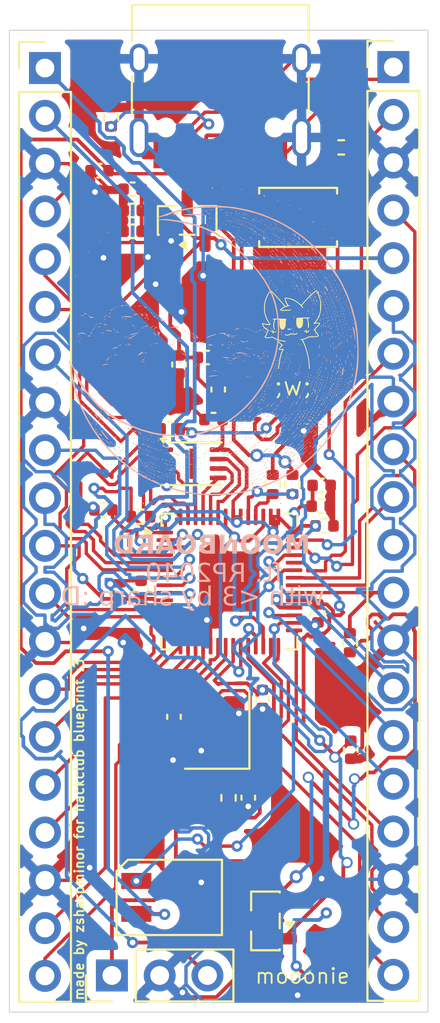
<source format=kicad_pcb>
(kicad_pcb (version 20241229) (generator "pcbnew") (generator_version "9.0")
  (layers (0 "F.Cu" signal) (2 "B.Cu" signal) (13 "F.Paste" user) (15 "B.Paste" user) (5 "F.SilkS" user "F.Silkscreen") (7 "B.SilkS" user "B.Silkscreen") (1 "F.Mask" user) (3 "B.Mask" user) (25 "Edge.Cuts" user))
  (net 0 "")
  (net 1 "+3V3")
  (net 2 "GND")
  (net 3 "+1V1")
  (net 4 "VBUS")
  (net 5 "XIN")
  (net 6 "Net-(C16-Pad2)")
  (net 7 "GPIO25")
  (net 8 "unconnected-(D1-DOUT-Pad1)")
  (net 9 "Net-(U4-V_{OUT})")
  (net 10 "USB_D+")
  (net 11 "USB_D-")
  (net 12 "Net-(J1-CC2)")
  (net 13 "Net-(J1-CC1)")
  (net 14 "GPIO6")
  (net 15 "GPIO11")
  (net 16 "GPIO9")
  (net 17 "GPIO4")
  (net 18 "GPIO7")
  (net 19 "GPIO8")
  (net 20 "GPIO14")
  (net 21 "GPIO1")
  (net 22 "GPIO5")
  (net 23 "GPIO10")
  (net 24 "GPIO0")
  (net 25 "GPIO15")
  (net 26 "GPIO2")
  (net 27 "GPIO3")
  (net 28 "GPIO13")
  (net 29 "GPIO12")
  (net 30 "GPIO27_ADC1")
  (net 31 "GPIO20")
  (net 32 "GPIO29_ADC3")
  (net 33 "GPIO22")
  (net 34 "GPIO17")
  (net 35 "GPIO21")
  (net 36 "GPIO24")
  (net 37 "GPIO16")
  (net 38 "GPIO23")
  (net 39 "GPIO18")
  (net 40 "GPIO26_ADC0")
  (net 41 "GPIO28_ADC2")
  (net 42 "RUN")
  (net 43 "GPIO19")
  (net 44 "SWCLK")
  (net 45 "SWD")
  (net 46 "XOUT")
  (net 47 "Net-(U1-USB_DP)")
  (net 48 "Net-(U1-USB_DM)")
  (net 49 "QPSI_SS")
  (net 50 "Net-(R7-Pad1)")
  (net 51 "QPSI_SD3")
  (net 52 "QPSI_SD0")
  (net 53 "QPSI_SD2")
  (net 54 "QPSI_SD1")
  (net 55 "QPSI_SCLK")
  (footprint "Capacitor_SMD:C_0402_1005Metric" (layer "F.Cu") (at 208.769 77.772 -90)
    (property "Reference" "C17" (hide yes))
    (property "Value" ".1uF")
  )
  (footprint "Capacitor_SMD:C_0402_1005Metric" (layer "F.Cu") (at 216.35 84.2)
    (property "Reference" "C11" (hide yes))
    (property "Value" ".1uF")
  )
  (footprint "Capacitor_SMD:C_0402_1005Metric" (layer "F.Cu") (at 210.6 80.7 180)
    (property "Reference" "C8" (hide yes))
    (property "Value" ".1uF")
  )
  (footprint "Capacitor_SMD:C_0402_1005Metric" (layer "F.Cu") (at 212.45 100.8 90)
    (property "Reference" "C16" (hide yes))
    (property "Value" "33pF" (hide yes))
  )
  (footprint "Capacitor_SMD:C_0402_1005Metric" (layer "F.Cu") (at 216.5 86.35)
    (property "Reference" "C3" (hide yes))
    (property "Value" ".1uF")
  )
  (footprint "Connector_USB:USB_C_Receptacle_HRO_TYPE-C-31-M-12" (layer "F.Cu") (at 210.963 62.569 180)
    (property "Reference" "J1" (hide yes))
    (property "Value" "USB_C_Receptacle_USB2.0_14P" (hide yes))
  )
  (footprint "Package_TO_SOT_SMD:SOT-23" (layer "F.Cu") (at 213.3625 107.35 180)
    (property "Reference" "U4" (hide yes))
    (property "Value" "MCP9700Ax-ETT")
  )
  (footprint "Package_TO_SOT_SMD:SOT-23" (layer "F.Cu") (at 209.2 70.1125 90)
    (property "Reference" "U2" (hide yes))
    (property "Value" "MCP1700x-330xxTT" (hide yes))
  )
  (footprint "Capacitor_SMD:C_0402_1005Metric" (layer "F.Cu") (at 213.2 95.55 -90)
    (property "Reference" "C9" (hide yes))
    (property "Value" ".1uF" (hide yes))
  )
  (footprint "Capacitor_SMD:C_0402_1005Metric" (layer "F.Cu") (at 217.9 98.25 -90)
    (property "Reference" "C18" (hide yes))
    (property "Value" "0.1 uF")
  )
  (footprint "Connector_PinHeader_2.54mm:PinHeader_1x20_P2.54mm_Vertical" (layer "F.Cu") (at 220.164 61.958)
    (property "Reference" "J3" (hide yes))
    (property "Value" "Conn_01x20" (hide yes))
  )
  (footprint "Resistor_SMD:R_0402_1005Metric" (layer "F.Cu") (at 217.85 92.56 90)
    (property "Reference" "R8" (hide yes))
    (property "Value" "1K")
  )
  (footprint "Capacitor_SMD:C_0402_1005Metric" (layer "F.Cu") (at 206.299 70.688 180)
    (property "Reference" "C4" (hide yes))
    (property "Value" ".1uF")
  )
  (footprint "Capacitor_SMD:C_0402_1005Metric" (layer "F.Cu") (at 204.75 85.5 180)
    (property "Reference" "C10" (hide yes))
    (property "Value" "1uF" (hide yes))
  )
  (footprint "Capacitor_SMD:C_0402_1005Metric" (layer "F.Cu") (at 210.85 79.1 90)
    (property "Reference" "C1" (hide yes))
    (property "Value" ".1uF")
  )
  (footprint "BK:bjk" (layer "F.Cu") (at 214.75 75.75)
    (property "Reference" "G***" (hide yes))
    (property "Value" "LOGO" (hide yes))
  )
  (footprint "Resistor_SMD:R_0402_1005Metric" (layer "F.Cu") (at 211.4 100.81 -90)
    (property "Reference" "R2" (hide yes))
    (property "Value" "1K" (hide yes))
  )
  (footprint "Resistor_SMD:R_0402_1005Metric" (layer "F.Cu") (at 208.31 81.2 180)
    (property "Reference" "R7" (hide yes))
    (property "Value" "1K" (hide yes))
  )
  (footprint "Capacitor_SMD:C_0402_1005Metric" (layer "F.Cu") (at 208.5 96.5 90)
    (property "Reference" "C15" (hide yes))
    (property "Value" "33pF" (hide yes))
  )
  (footprint "Connector_PinHeader_2.54mm:PinHeader_1x20_P2.54mm_Vertical" (layer "F.Cu") (at 201.641 62.011)
    (property "Reference" "J2" (hide yes))
    (property "Value" "Conn_01x20" (hide yes))
  )
  (footprint "Package_SON:Winbond_USON-8-1EP_3x2mm_P0.5mm_EP0.2x1.6mm" (layer "F.Cu") (at 209.425 83.05)
    (property "Reference" "U3" (hide yes))
    (property "Value" "W25Q16JVSS" (hide yes))
  )
  (footprint "Capacitor_SMD:C_0402_1005Metric" (layer "F.Cu") (at 204.541 67.468 180)
    (property "Reference" "C14" (hide yes))
    (property "Value" "10uF" (hide yes))
  )
  (footprint "LED_SMD:LED_SK6812MINI_PLCC4_3.5x3.5mm_P1.75mm" (layer "F.Cu") (at 208.25 106.1 180)
    (property "Reference" "D1" (hide yes))
    (property "Value" "SK6812MINI" (hide yes))
  )
  (footprint "Resistor_SMD:R_0402_1005Metric" (layer "F.Cu") (at 213.75 84.15 -90)
    (property "Reference" "R5" (hide yes))
    (property "Value" "27")
  )
  (footprint "Capacitor_SMD:C_0402_1005Metric" (layer "F.Cu") (at 206.75 89.75 90)
    (property "Reference" "C7" (hide yes))
    (property "Value" ".1uF")
  )
  (footprint "Connector_PinHeader_2.54mm:PinHeader_1x03_P2.54mm_Vertical" (layer "F.Cu") (at 205.2 110.25 90)
    (property "Reference" "J4" (hide yes))
    (property "Value" "Conn_01x03" (hide yes))
  )
  (footprint "Crystal:Crystal_SMD_3225-4Pin_3.2x2.5mm" (layer "F.Cu") (at 210.8 97.2 90)
    (property "Reference" "Y1" (hide yes))
    (property "Value" "12 MHz" (hide yes))
  )
  (footprint "Capacitor_SMD:C_0402_1005Metric" (layer "F.Cu") (at 206.299 68.454 180)
    (property "Reference" "C6" (hide yes))
    (property "Value" ".1uF")
  )
  (footprint "Resistor_SMD:R_0402_1005Metric" (layer "F.Cu") (at 205.153 64.611 90)
    (property "Reference" "R3" (hide yes))
    (property "Value" "5.1K" (hide yes))
  )
  (footprint "Capacitor_SMD:C_0402_1005Metric" (layer "F.Cu") (at 216.15 91 -90)
    (property "Reference" "C2" (hide yes))
    (property "Value" "1uF" (hide yes))
  )
  (footprint "Resistor_SMD:R_0402_1005Metric" (layer "F.Cu") (at 214.8 84.15 -90)
    (property "Reference" "R4" (hide yes))
    (property "Value" "27")
  )
  (footprint "Capacitor_SMD:C_0402_1005Metric" (layer "F.Cu") (at 216.3 85.3)
    (property "Reference" "C12" (hide yes))
    (property "Value" ".1uF")
  )
  (footprint "Capacitor_SMD:C_0402_1005Metric" (layer "F.Cu") (at 210.25 77.4)
    (property "Reference" "C13" (hide yes))
    (property "Value" "10uF" (hide yes))
  )
  (footprint "Button_Switch_SMD:SW_Push_SPST_NO_Alps_SKRK" (layer "F.Cu") (at 215.1 69.95)
    (property "Reference" "SW1" (hide yes))
    (property "Value" "SW_Push" (hide yes))
  )
  (footprint "Capacitor_SMD:C_0402_1005Metric" (layer "F.Cu") (at 206.308 69.582 180)
    (property "Reference" "C5" (hide yes))
    (property "Value" ".1uF")
  )
  (footprint "Package_DFN_QFN:QFN-56-1EP_7x7mm_P0.4mm_EP3.2x3.2mm" (layer "F.Cu") (at 211.4475 89.306)
    (property "Reference" "U1" (hide yes))
    (property "Value" "RP2040" (hide yes))
  )
  (footprint "Resistor_SMD:R_0402_1005Metric" (layer "F.Cu") (at 217.393 66.229)
    (property "Reference" "R1" (hide yes))
    (property "Value" "5.1K" (hide yes))
  )
  (footprint "Resistor_SMD:R_0402_1005Metric" (layer "F.Cu") (at 206.727 85.865)
    (property "Reference" "R6" (hide yes))
    (property "Value" "10K" (hide yes))
  )
  (footprint "BK:meme" (layer "B.Cu") (at 210.75 77.25 180)
    (property "Reference" "G***" (hide yes))
    (property "Value" "LOGO" (hide yes))
  )
  (gr_rect (start 199.75 60) (end 222 112.2) (stroke (width 0.05)) (fill no) (layer "Edge.Cuts"))
  (gr_text "mooonie\n" (at 212.75 110.75 0) (layer "F.SilkS") (effects (font (size 0.8 0.8) (thickness 0.1)) (justify left bottom)))
  (gr_text "made by zsharpminor for hackclub blueprint :3" (at 203.75 111.63 90) (layer "F.SilkS") (effects (font (size 0.5 0.5) (thickness 0.1)) (justify left bottom)))
  (gr_text ";w;\n" (at 213.75 79.5 0) (layer "F.SilkS") (effects (font (size 1 1) (thickness 0.1)) (justify left bottom)))
  (gr_text "ft. RP2040\n" (at 214.25 89.5 0) (layer "B.SilkS") (effects (font (size 1 1) (thickness 0.1)) (justify left bottom mirror)))
  (gr_text "with <3 by sharp :D\n" (at 216.5 90.75 0) (layer "B.SilkS") (effects (font (size 1 1) (thickness 0.1)) (justify left bottom mirror)))
  (gr_text "MOONBOARD" (at 215.75 88 0) (layer "B.SilkS") (effects (font (size 1 1) (thickness 0.1)) (justify left bottom mirror)))
  (segment (start 216.075 110.825) (end 215 109.75) (width 0.2) (layer "F.Cu") (net 0))
  (segment (start 216.7 110.825) (end 216.075 110.825) (width 0.2) (layer "F.Cu") (net 0))
  (via (at 216.6 106.925) (size 0.6) (drill 0.3) (layers "F.Cu" "B.Cu") (net 0))
  (via (at 215 109.75) (size 0.6) (drill 0.3) (layers "F.Cu" "B.Cu") (net 0))
  (segment (start 216.225 107.3) (end 216.6 106.925) (width 0.2) (layer "B.Cu") (net 0))
  (segment (start 214.9 109.65) (end 214.9 107.3) (width 0.2) (layer "B.Cu") (net 0))
  (segment (start 215 109.75) (end 214.9 109.65) (width 0.2) (layer "B.Cu") (net 0))
  (segment (start 214.9 107.3) (end 216.225 107.3) (width 0.2) (layer "B.Cu") (net 0))
  (segment (start 204.884368 84.53) (end 204.704369 84.35) (width 0.18) (layer "F.Cu") (net 1))
  (segment (start 216.70755 91.1) (end 216.95 91.1) (width 0.2) (layer "F.Cu") (net 1))
  (segment (start 209.77 77.4) (end 209.77 78.5) (width 0.2) (layer "F.Cu") (net 1))
  (segment (start 206.779 68.454) (end 206.779 69.573) (width 0.2) (layer "F.Cu") (net 1))
  (segment (start 216.50655 92.061) (end 216.761 91.80655) (width 0.2) (layer "F.Cu") (net 1))
  (segment (start 215.241 86.35) (end 214.885 86.706) (width 0.2) (layer "F.Cu") (net 1))
  (segment (start 210.15 71.05) (end 209.629468 71.05) (width 0.2) (layer "F.Cu") (net 1))
  (segment (start 215.419274 92.307) (end 215.613972 92.112302) (width 0.2) (layer "F.Cu") (net 1))
  (segment (start 210.911167 94.728) (end 211.7685 94.728) (width 0.18) (layer "F.Cu") (net 1))
  (segment (start 209.77 77.4) (end 208.877 77.4) (width 0.2) (layer "F.Cu") (net 1))
  (segment (start 208.01 90.306) (end 207.474726 90.306) (width 0.2) (layer "F.Cu") (net 1))
  (segment (start 213.7145 85.9355) (end 213.95 86.171) (width 0.18) (layer "F.Cu") (net 1))
  (segment (start 212.020213 85.841213) (end 212.0475 85.8685) (width 0.18) (layer "F.Cu") (net 1))
  (segment (start 216.62 90.52) (end 216.15 90.52) (width 0.2) (layer "F.Cu") (net 1))
  (segment (start 212.932001 95.257025) (end 212.932 95.338) (width 0.2) (layer "F.Cu") (net 1))
  (segment (start 206.779 69.573) (end 206.788 69.582) (width 0.2) (layer "F.Cu") (net 1))
  (segment (start 211.6475 85.8685) (end 211.6475 85.031787) (width 0.18) (layer "F.Cu") (net 1))
  (segment (start 215.85 90.3) (end 215.844 90.306) (width 0.2) (layer "F.Cu") (net 1))
  (segment (start 210.85 79.58) (end 210.85 80.47) (width 0.2) (layer "F.Cu") (net 1))
  (segment (start 216.15 90.52) (end 216.07 90.52) (width 0.2) (layer "F.Cu") (net 1))
  (segment (start 216.761 91.80655) (end 216.761 91.15345) (width 0.2) (layer "F.Cu") (net 1))
  (segment (start 216.239749 92.240194) (end 216.418943 92.061) (width 0.2) (layer "F.Cu") (net 1))
  (segment (start 213.7145 85.9355) (end 213.6475 85.8685) (width 0.18) (layer "F.Cu") (net 1))
  (segment (start 217.05 98.65) (end 217.05 98.55) (width 0.2) (layer "F.Cu") (net 1))
  (segment (start 210.65 71.05) (end 211 71.4) (width 0.2) (layer "F.Cu") (net 1))
  (segment (start 206.217 85.865) (end 206.217 84.35) (width 0.18) (layer "F.Cu") (net 1))
  (segment (start 207.4555 70.0115) (end 206.779 70.688) (width 0.2) (layer "F.Cu") (net 1))
  (segment (start 211.7685 94.728) (end 211.7785 94.718) (width 0.18) (layer "F.Cu") (net 1))
  (segment (start 214.0475 85.8685) (end 214.885 86.706) (width 0.2) (layer "F.Cu") (net 1))
  (segment (start 216.95 90.85) (end 216.62 90.52) (width 0.2) (layer "F.Cu") (net 1))
  (segment (start 210.85 80.47) (end 211.08 80.7) (width 0.2) (layer "F.Cu") (net 1))
  (segment (start 217.5 105.1) (end 214.3 108.3) (width 0.2) (layer "F.Cu") (net 1))
  (segment (start 208.0405 86.6755) (end 208.01 86.706) (width 0.18) (layer "F.Cu") (net 1))
  (segment (start 208.01 86.706) (end 207.151804 86.706) (width 0.18) (layer "F.Cu") (net 1))
  (segment (start 204.73 90.23) (end 203.7 89.2) (width 0.2) (layer "F.Cu") (net 1))
  (segment (start 207.398726 90.23) (end 207.474726 90.306) (width 0.2) (layer "F.Cu") (net 1))
  (segment (start 208.0405 85.895888) (end 208.0405 86.6755) (width 0.18) (layer "F.Cu") (net 1))
  (segment (start 217.05 98.65) (end 217.140459 98.559541) (width 0.2) (layer "F.Cu") (net 1))
  (segment (start 206.75 90.23) (end 207.398726 90.23) (width 0.2) (layer "F.Cu") (net 1))
  (segment (start 217.140459 98.559541) (end 217.140459 98.529541) (width 0.2) (layer "F.Cu") (net 1))
  (segment (start 212.0475 85.8685) (end 211.6475 85.8685) (width 0.18) (layer "F.Cu") (net 1))
  (segment (start 203.7 89.2) (end 203.65 89.15) (width 0.2) (layer "F.Cu") (net 1))
  (segment (start 211.6475 85.031787) (end 212.179058 84.50023) (width 0.18) (layer "F.Cu") (net 1))
  (segment (start 210.15 71.05) (end 210.65 71.05) (width 0.2) (layer "F.Cu") (net 1))
  (segment (start 210.64404 94.569) (end 210.857103 94.782063) (width 0.18) (layer "F.Cu") (net 1))
  (segment (start 212.363001 84.286999) (end 212.35 84.3) (width 0.2) (layer "F.Cu") (net 1))
  (segment (start 210.85 82.3) (end 211.393429 82.3) (width 0.2) (layer "F.Cu") (net 1))
  (segment (start 208.590968 70.0115) (end 207.4555 70.0115) (width 0.2) (layer "F.Cu") (net 1))
  (segment (start 212.932 95.338) (end 213.2 95.07) (width 0.2) (layer "F.Cu") (net 1))
  (segment (start 215.391 92.307) (end 215.419274 92.307) (width 0.2) (layer "F.Cu") (net 1))
  (segment (start 211.7785 94.718) (end 212.392976 94.718) (width 0.2) (layer "F.Cu") (net 1))
  (segment (start 215.741863 92.240194) (end 216.239749 92.240194) (width 0.2) (layer "F.Cu") (net 1))
  (segment (start 204.704369 84.35) (end 204.25 84.35) (width 0.18) (layer "F.Cu") (net 1))
  (segment (start 216.418943 92.061) (end 216.50655 92.061) (width 0.2) (layer "F.Cu") (net 1))
  (segment (start 211.6475 85.8685) (end 211.6475 85.955246) (width 0.18) (layer "F.Cu") (net 1))
  (segment (start 216.02 86.35) (end 215.241 86.35) (width 0.2) (layer "F.Cu") (net 1))
  (segment (start 213.95 86.45) (end 213.1 87.3) (width 0.18) (layer "F.Cu") (net 1))
  (segment (start 217.140459 98.529541) (end 217.9 97.77) (width 0.2) (layer "F.Cu") (net 1))
  (segment (start 215.844 90.306) (end 214.885 90.306) (width 0.2) (layer "F.Cu") (net 1))
  (segment (start 208.3 72.9) (end 210.15 71.05) (width 0.2) (layer "F.Cu") (net 1))
  (segment (start 205.695631 84.35) (end 205.515631 84.53) (width 0.18) (layer "F.Cu") (net 1))
  (segment (start 206.217 85.865) (end 206.310804 85.865) (width 0.18) (layer "F.Cu") (net 1))
  (segment (start 217.375 90.825) (end 217.5 90.95) (width 0.2) (layer "F.Cu") (net 1))
  (segment (start 207.552196 86.476) (end 208.0405 85.987696) (width 0.18) (layer "F.Cu") (net 1))
  (segment (start 208.877 77.4) (end 208.769 77.292) (width 0.2) (layer "F.Cu") (net 1))
  (segment (start 216.25 97.75) (end 215.391 96.891) (width 0.2) (layer "F.Cu") (net 1))
  (segment (start 211.6475 92.7435) (end 211.6475 93.565539) (width 0.18) (layer "F.Cu") (net 1))
  (segment (start 206.217 84.35) (end 205.695631 84.35) (width 0.18) (layer "F.Cu") (net 1))
  (segment (start 206.779 70.688) (end 206.779 69.591) (width 0.2) (layer "F.Cu") (net 1))
  (segment (start 217.375 90.675) (end 217.375 90.825) (width 0.2) (layer "F.Cu") (net 1))
  (segment (start 216.95 91.1) (end 216.95 90.85) (width 0.2) (layer "F.Cu") (net 1))
  (segment (start 217.5 90.95) (end 217.35 91.1) (width 0.2) (layer "F.Cu") (net 1))
  (segment (start 211.08 80.7) (end 211.08 82.07) (width 0.2) (layer "F.Cu") (net 1))
  (segment (start 216.07 90.52) (end 215.85 90.3) (width 0.2) (layer "F.Cu") (net 1))
  (segment (start 213.771356 86.661065) (end 213.771356 85.992356) (width 0.18) (layer "F.Cu") (net 1))
  (segment (start 212.179058 84.50023) (end 212.353 84.326287) (width 0.18) (layer "F.Cu") (net 1))
  (segment (start 212.392976 94.718) (end 212.932001 95.257025) (width 0.2) (layer "F.Cu") (net 1))
  (segment (start 211.6475 93.565539) (end 210.64404 94.569) (width 0.18) (layer "F.Cu") (net 1))
  (segment (start 212.353 84.326287) (end 212.353 84.3) (width 0.18) (layer "F.Cu") (net 1))
  (segment (start 207.151804 86.706) (end 206.310804 85.865) (width 0.18) (layer "F.Cu") (net 1))
  (segment (start 211.08 82.07) (end 210.85 82.3) (width 0.2) (layer "F.Cu") (net 1))
  (segment (start 214.0475 85.8685) (end 213.7815 85.8685) (width 0.2) (layer "F.Cu") (net 1))
  (segment (start 217.05 98.55) (end 216.25 97.75) (width 0.2) (layer "F.Cu") (net 1))
  (segment (start 208.769 76.144) (end 208.3 75.675) (width 0.2) (layer "F.Cu") (net 1))
  (segment (start 215.613972 92.112302) (end 215.741863 92.240194) (width 0.2) (layer "F.Cu") (net 1))
  (segment (start 206.310804 85.865) (end 206.921804 86.476) (width 0.18) (layer "F.Cu") (net 1))
  (segment (start 213.95 86.171) (end 213.95 86.45) (width 0.18) (layer "F.Cu") (net 1))
  (segment (start 206.779 69.591) (end 206.788 69.582) (width 0.2) (layer "F.Cu") (net 1))
  (segment (start 210.857103 94.782063) (end 210.911167 94.728) (width 0.18) (layer "F.Cu") (net 1))
  (segment (start 217.3 90.6) (end 217.375 90.675) (width 0.2) (layer "F.Cu") (net 1))
  (segment (start 211.6475 85.955246) (end 211.8475 86.155246) (width 0.18) (layer "F.Cu") (net 1))
  (segment (start 206.75 90.23) (end 204.73 90.23) (width 0.2) (layer "F.Cu") (net 1))
  (segment (start 209.629468 71.05) (end 208.590968 70.0115) (width 0.2) (layer "F.Cu") (net 1))
  (segment (start 217.5 104.45) (end 217.5 105.1) (width 0.2) (layer "F.Cu") (net 1))
  (segment (start 208.769 77.292) (end 208.769 76.144) (width 0.2) (layer "F.Cu") (net 1))
  (segment (start 211.393429 82.3) (end 212.363001 83.269572) (width 0.2) (layer "F.Cu") (net 1))
  (segment (start 209.77 78.5) (end 210.85 79.58) (width 0.2) (layer "F.Cu") (net 1))
  (segment (start 217.7 104.25) (end 217.5 104.45) (width 0.2) (layer "F.Cu") (net 1))
  (segment (start 215.391 96.891) (end 215.391 92.307) (width 0.2) (layer "F.Cu") (net 1))
  (segment (start 208.0405 85.987696) (end 208.0405 85.895888) (width 0.18) (layer "F.Cu") (net 1))
  (segment (start 213.771356 85.992356) (end 213.7145 85.9355) (width 0.18) (layer "F.Cu") (net 1))
  (segment (start 213.7815 85.8685) (end 213.7145 85.9355) (width 0.2) (layer "F.Cu") (net 1))
  (segment (start 208.3 75.675) (end 208.3 72.9) (width 0.2) (layer "F.Cu") (net 1))
  (segment (start 206.921804 86.476) (end 207.552196 86.476) (width 0.18) (layer "F.Cu") (net 1))
  (segment (start 216.761 91.15345) (end 216.70755 91.1) (width 0.2) (layer "F.Cu") (net 1))
  (segment (start 205.515631 84.53) (end 204.884368 84.53) (width 0.18) (layer "F.Cu") (net 1))
  (segment (start 212.363001 83.269572) (end 212.363001 84.286999) (width 0.2) (layer "F.Cu") (net 1))
  (segment (start 217.35 91.1) (end 216.95 91.1) (width 0.2) (layer "F.Cu") (net 1))
  (via (at 211 71.4) (size 0.6) (drill 0.3) (layers "F.Cu" "B.Cu") (net 1))
  (via (at 204.25 84.35) (size 0.6) (drill 0.3) (layers "F.Cu" "B.Cu") (net 1))
  (via (at 216.25 97.75) (size 0.6) (drill 0.3) (layers "F.Cu" "B.Cu") (net 1))
  (via (at 208.0405 85.895888) (size 0.6) (drill 0.3) (layers "F.Cu" "B.Cu") (net 1))
  (via (at 213.2 95.07) (size 0.6) (drill 0.3) (layers "F.Cu" "B.Cu") (net 1))
  (via (at 203.65 89.15) (size 0.6) (drill 0.3) (layers "F.Cu" "B.Cu") (net 1))
  (via (at 217.3 90.6) (size 0.6) (drill 0.3) (layers "F.Cu" "B.Cu") (net 1))
  (via (at 217.7 104.25) (size 0.6) (drill 0.4) (layers "F.Cu" "B.Cu") (net 1))
  (via (at 217.05 98.65) (size 0.6) (drill 0.4) (layers "F.Cu" "B.Cu") (net 1))
  (via (at 211.8475 86.155246) (size 0.6) (drill 0.3) (layers "F.Cu" "B.Cu") (net 1))
  (via (at 216.02 86.35) (size 0.6) (drill 0.3) (layers "F.Cu" "B.Cu") (net 1))
  (via (at 213.771356 86.661065) (size 0.6) (drill 0.3) (layers "F.Cu" "B.Cu") (net 1))
  (segment (start 217.3 90.6) (end 217.3 90.215425) (width 0.2) (layer "B.Cu") (net 1))
  (segment (start 217.3 90.215425) (end 215.399249 88.314674) (width 0.2) (layer "B.Cu") (net 1))
  (segment (start 208.336388 85.6) (end 208.0405 85.895888) (width 0.18) (layer "B.Cu") (net 1))
  (segment (start 217.35 98.76543) (end 217.35 103.9) (width 0.2) (layer "B.Cu") (net 1))
  (segment (start 203.65 89.15) (end 203.2 88.7) (width 0.2) (layer "B.Cu") (net 1))
  (segment (start 216.02 86.36828) (end 216.02 86.35) (width 0.2) (layer "B.Cu") (net 1))
  (segment (start 217.05 98.65) (end 217.23457 98.65) (width 0.2) (layer "B.Cu") (net 1))
  (segment (start 215.399249 88.314674) (end 215.399249 86.989031) (width 0.2) (layer "B.Cu") (net 1))
  (segment (start 213.2 95.07) (end 213.57 95.07) (width 0.2) (layer "B.Cu") (net 1))
  (segment (start 204.459 85.924567) (end 204.475433 85.924567) (width 0.2) (layer "B.Cu") (net 1))
  (segment (start 203.2 88.7) (end 203.2 87.55) (width 0.2) (layer "B.Cu") (net 1))
  (segment (start 204.25 84.593946) (end 204.469 84.812946) (width 0.18) (layer "B.Cu") (net 1))
  (segment (start 203.2 87.55) (end 204.35 86.4) (width 0.2) (layer "B.Cu") (net 1))
  (segment (start 204.35 86.4) (end 204.35 86.033567) (width 0.2) (layer "B.Cu") (net 1))
  (segment (start 211.8475 86.155246) (end 213.265537 86.155246) (width 0.18) (layer "B.Cu") (net 1))
  (segment (start 204.475433 85.924567) (end 205.2 85.2) (width 0.2) (layer "B.Cu") (net 1))
  (segment (start 211.05 85.6) (end 208.336388 85.6) (width 0.18) (layer "B.Cu") (net 1))
  (segment (start 213.265537 86.155246) (end 213.771356 86.661065) (width 0.18) (layer "B.Cu") (net 1))
  (segment (start 211.605246 86.155246) (end 211.05 85.6) (width 0.18) (layer "B.Cu") (net 1))
  (segment (start 211 71.4) (end 211.718 72.118) (width 0.2) (layer "B.Cu") (net 1))
  (segment (start 204.35 86.033567) (end 204.459 85.924567) (width 0.2) (layer "B.Cu") (net 1))
  (segment (start 204.812946 84.812946) (end 204.469 84.812946) (width 0.2) (layer "B.Cu") (net 1))
  (segment (start 211.8475 86.155246) (end 211.605246 86.155246) (width 0.18) (layer "B.Cu") (net 1))
  (segment (start 205.2 85.2) (end 204.812946 84.812946) (width 0.2) (layer "B.Cu") (net 1))
  (segment (start 211.718 72.118) (end 220.164 72.118) (width 0.2) (layer "B.Cu") (net 1))
  (segment (start 217.35 103.9) (end 217.7 104.25) (width 0.2) (layer "B.Cu") (net 1))
  (segment (start 213.57 95.07) (end 216.25 97.75) (width 0.2) (layer "B.Cu") (net 1))
  (segment (start 217.23457 98.65) (end 217.35 98.76543) (width 0.2) (layer "B.Cu") (net 1))
  (segment (start 204.25 84.35) (end 204.25 84.593946) (width 0.18) (layer "B.Cu") (net 1))
  (segment (start 215.399249 86.989031) (end 216.02 86.36828) (width 0.2) (layer "B.Cu") (net 1))
  (segment (start 205.819 68.454) (end 205.047 68.454) (width 0.18) (layer "F.Cu") (net 2))
  (segment (start 217.903 65.353) (end 216.6125 64.0625) (width 0.18) (layer "F.Cu") (net 2))
  (segment (start 213.2 96.07351) (end 213.211 96.08451) (width 0.18) (layer "F.Cu") (net 2))
  (segment (start 200.8 91.45) (end 201.9 92.55) (width 0.18) (layer "F.Cu") (net 2))
  (segment (start 210 105.225) (end 210 105.25) (width 0.18) (layer "F.Cu") (net 2))
  (segment (start 221.025 105.999) (end 220.164 105.138) (width 0.18) (layer "F.Cu") (net 2))
  (segment (start 204.061 67.468) (end 204.061 68.361) (width 0.18) (layer "F.Cu") (net 2))
  (segment (start 204.061 68.361) (end 204.3 68.6) (width 0.18) (layer "F.Cu") (net 2))
  (segment (start 220.037 92.438) (end 219.175 93.3) (width 0.18) (layer "F.Cu") (net 2))
  (segment (start 208.9 74.2) (end 210.05 73.05) (width 0.18) (layer "F.Cu") (net 2))
  (segment (start 208.5 96.98) (end 208.5 98.75) (width 0.18) (layer "F.Cu") (net 2))
  (segment (start 207.713 66.614) (end 207.558 66.614) (width 0.18) (layer "F.Cu") (net 2))
  (segment (start 205.05 91.8) (end 203.7 91.8) (width 0.18) (layer "F.Cu") (net 2))
  (segment (start 208.9 74.975) (end 208.9 74.2) (width 0.18) (layer "F.Cu") (net 2))
  (segment (start 218.202 94.4) (end 217.15 94.4) (width 0.2) (layer "F.Cu") (net 2))
  (segment (start 204.2 85.35) (end 204.2 85.68) (width 0.2) (layer "F.Cu") (net 2))
  (segment (start 205.047 68.454) (end 204.061 67.468) (width 0.18) (layer "F.Cu") (net 2))
  (segment (start 210.75676 111.401) (end 208.891 111.401) (width 0.2) (layer "F.Cu") (net 2))
  (segment (start 214.906 61.519) (end 213.575 62.85) (width 0.18) (layer "F.Cu") (net 2))
  (segment (start 219.2 91.474) (end 219.2 91.45) (width 0.18) (layer "F.Cu") (net 2))
  (segment (start 217.9 98.73) (end 218.52 98.73) (width 0.2) (layer "F.Cu") (net 2))
  (segment (start 206.35 79.25) (end 206.15 79.05) (width 0.18) (layer "F.Cu") (net 2))
  (segment (start 214.6 110.825) (end 215.075 111.3) (width 0.18) (layer "F.Cu") (net 2))
  (segment (start 213 69.95) (end 214.2 68.75) (width 0.2) (layer "F.Cu") (net 2))
  (segment (start 208.8 111.31) (end 208.8 111.55) (width 0.18) (layer "F.Cu") (net 2))
  (segment (start 214.2 68.75) (end 214.95 68.75) (width 0.2) (layer "F.Cu") (net 2))
  (segment (start 212.425 109.73276) (end 210.75676 111.401) (width 0.2) (layer "F.Cu") (net 2))
  (segment (start 202.901815 67.091) (end 204.3 68.489185) (width 0.18) (layer "F.Cu") (net 2))
  (segment (start 215.283 61.519) (end 214.906 61.519) (width 0.18) (layer "F.Cu") (net 2))
  (segment (start 210.85 73.85) (end 210.05 73.05) (width 0.18) (layer "F.Cu") (net 2))
  (segment (start 216.881 61.519) (end 217 61.4) (width 0.18) (layer "F.Cu") (net 2))
  (segment (start 220.164 92.438) (end 218.202 94.4) (width 0.2) (layer "F.Cu") (net 2))
  (segment (start 201.641 105.191) (end 201.591 105.191) (width 0.18) (layer "F.Cu") (net 2))
  (segment (start 208.891 111.401) (end 207.74 110.25) (width 0.2) (layer "F.Cu") (net 2))
  (segment (start 216.6125 63.8375) (end 216.625 63.825) (width 0.18) (layer "F.Cu") (net 2))
  (segment (start 215.75 82) (end 215.75 83.12) (width 0.18) (layer "F.Cu") (net 2))
  (segment (start 206.15 74.875) (end 207.525 73.5) (width 0.18) (layer "F.Cu") (net 2))
  (segment (start 217.9 98.73) (end 218.511 98.119) (width 0.2) (layer "F.Cu") (net 2))
  (segment (start 208 83.8) (end 208 84.093118) (width 0.18) (layer "F.Cu") (net 2))
  (segment (start 214.213 66.614) (end 214.368 66.614) (width 0.18) (layer "F.Cu") (net 2))
  (segment (start 204.2 85.5) (end 204.2 85.35) (width 0.18) (layer "F.Cu") (net 2))
  (segment (start 217.903 67.047) (end 216.75 68.2) (width 0.18) (layer "F.Cu") (net 2))
  (segment (start 215.283 65.699) (end 215.283 65.167) (width 0.18) (layer "F.Cu") (net 2))
  (segment (start 204.3 68.489185) (end 204.3 68.6) (width 0.18) (layer "F.Cu") (net 2))
  (segment (start 207.558 66.614) (end 206.643 65.699) (width 0.18) (layer "F.Cu") (net 2))
  (segment (start 220.164 92.438) (end 219.2 91.474) (width 0.18) (layer "F.Cu") (net 2))
  (segment (start 218.52 98.73) (end 218.75 98.5) (width 0.2) (layer "F.Cu") (net 2))
  (segment (start 209.95 105.3) (end 209.95 104.925) (width 0.18) (layer "F.Cu") (net 2))
  (segment (start 215.5 68.2) (end 216.75 68.2) (width 0.2) (layer "F.Cu") (net 2))
  (segment (start 216.6125 64.0625) (end 216.6125 63.8375) (width 0.18) (layer "F.Cu") (net 2))
  (segment (start 208.769 79.25) (end 208.769 79.349) (width 0.18) (layer "F.Cu") (net 2))
  (segment (start 201.9 92.55) (end 203.25 92.55) (width 0.18) (layer "F.Cu") (net 2))
  (segment (start 208.8 111.55) (end 208.8 111.3) (width 0.18) (layer "F.Cu") (net 2))
  (segment (start 201.641 105.191) (end 201.609 105.191) (width 0.18) (layer "F.Cu") (net 2))
  (segment (start 208.395 96.98) (end 207.375 98) (width 0.18) (layer "F.Cu") (net 2))
  (segment (start 208.769 79.349) (end 210.12 80.7) (width 0.18) (layer "F.Cu") (net 2))
  (segment (start 205.845094 68.480094) (end 205.845094 70.661906) (width 0.18) (layer "F.Cu") (net 2))
  (segment (start 205.845094 70.661906) (end 205.819 70.688) (width 0.18) (layer "F.Cu") (net 2))
  (segment (start 215.283 65.167) (end 216.6125 63.8375) (width 0.18) (layer "F.Cu") (net 2))
  (segment (start 206.15 79.05) (end 206.15 74.875) (width 0.18) (layer "F.Cu") (net 2))
  (segment (start 210.716 104.159) (end 215.884 104.159) (width 0.18) (layer "F.Cu") (net 2))
  (segment (start 213.2 110.825) (end 214.6 110.825) (width 0.18) (layer "F.Cu") (net 2))
  (segment (start 208.25 71.1) (end 208.35 71.2) (width 0.18) (layer "F.Cu") (net 2))
  (segment (start 215.283 61.519) (end 216.881 61.519) (width 0.18) (layer "F.Cu") (net 2))
  (segment (start 208.769 79.25) (end 206.35 79.25) (width 0.18) (layer "F.Cu") (net 2))
  (segment (start 219.227 80.675) (end 218.65 80.675) (width 0.18) (layer "F.Cu") (net 2))
  (segment (start 210.25 91.35) (end 210.4475 91.5475) (width 0.18) (layer "F.Cu") (net 2))
  (segment (start 214.95 68.75) (end 215.5 68.2) (width 0.2) (layer "F.Cu") (net 2))
  (segment (start 216.98 86.35) (end 216.98 84.386594) (width 0.18) (layer "F.Cu") (net 2))
  (segment (start 213.2 96.03) (end 213.2 96.07351) (width 0.18) (layer "F.Cu") (net 2))
  (segment (start 218.511 94.091) (end 220.164 92.438) (width 0.2) (layer "F.Cu") (net 2))
  (segment (start 205.8 92.55) (end 205.05 91.8) (width 0.18) (layer "F.Cu") (net 2))
  (segment (start 201.609 105.191) (end 200.825 105.975) (width 0.18) (layer "F.Cu") (net 2))
  (segment (start 201.641 105.191) (end 203.346612 105.191) (width 0.18) (layer "F.Cu") (net 2))
  (segment (start 208.5 98.75) (end 208.45 98.8) (width 0.18) (layer "F.Cu") (net 2))
  (segment (start 207.116891 72.057174) (end 204.792826 72.057174) (width 0.18) (layer "F.Cu") (net 2))
  (segment (start 217.903 66.229) (end 217.903 67.047) (width 0.18) (layer "F.Cu") (net 2))
  (segment (start 201.641 67.091) (end 202.901815 67.091) (width 0.18) (layer "F.Cu") (net 2))
  (segment (start 208.25 71.05) (end 208.25 71.1) (width 0.18) (layer "F.Cu") (net 2))
  (segment (start 220.164 79.738) (end 219.227 80.675) (width 0.18) (layer "F.Cu") (net 2))
  (segment (start 221.1 104.202) (end 221.1 104.15) (width 0.18) (layer "F.Cu") (net 2))
  (segment (start 216.98 85.5) (end 216.78 85.3) (width 0.18) (layer "F.Cu") (net 2))
  (segment (start 216.98 84.35) (end 216.83 84.2) (width 0.18) (layer "F.Cu") (net 2))
  (segment (start 201.591 105.191) (end 200.575 104.175) (width 0.18) (layer "F.Cu") (net 2))
  (segment (start 210.85 78.62) (end 210.85 73.85) (width 0.18) (layer "F.Cu") (net 2))
  (segment (start 207.74 110.25) (end 208.8 111.31) (width 0.18) (layer "F.Cu") (net 2))
  (segment (start 215.4 81.65) (end 215.75 82) (width 0.18) (layer "F.Cu") (net 2))
  (segment (start 214.368 66.614) (end 215.283 65.699) (width 0.18) (layer "F.Cu") (net 2))
  (segment (start 206.75 89.27) (end 205.28 89.27) (width 0.18) (layer "F.Cu") (net 2))
  (segment (start 208 84.093118) (end 208.114881 84.207999) (width 0.18) (layer "F.Cu") (net 2))
  (segment (start 220.164 105.138) (end 221.1 104.202) (width 0.18) (layer "F.Cu") (net 2))
  (segment (start 201.641 67.016) (end 200.825 66.2) (width 0.18) (layer "F.Cu") (net 2))
  (segment (start 201.641 92.291) (end 200.8 91.45) (width 0.18) (layer "F.Cu") (net 2))
  (segment (start 204.792826 72.057174) (end 204.75 72.1) (width 0.18) (layer "F.Cu") (net 2))
  (segment (start 210 105.25) (end 209.95 105.3) (width 0.18) (layer "F.Cu") (net 2))
  (segment (start 212.425 107.35) (end 212.425 109.73276) (width 0.2) (layer "F.Cu") (net 2))
  (segment (start 208.5 96.98) (end 208.395 96.98) (width 0.18) (layer "F.Cu") (net 2))
  (segment (start 216.425 105.175) (end 216.35 105.1) (width 0.18) (layer "F.Cu") (net 2))
  (segment (start 205.819 68.454) (end 205.845094 68.480094) (width 0.18) (layer "F.Cu") (net 2))
  (segment (start 201.641 67.091) (end 201.641 67.016) (width 0.18) (layer "F.Cu") (net 2))
  (segment (start 217.903 66.229) (end 217.903 65.353) (width 0.18) (layer "F.Cu") (net 2))
  (segment (start 204.2 85.35) (end 204.2 85.43) (width 0.2) (layer "F.Cu") (net 2))
  (segment (start 210.4475 91.5475) (end 210.4475 92.7435) (width 0.18) (layer "F.Cu") (net 2))
  (segment (start 215.4 81.3) (end 215.4 81.65) (width 0.18) (layer "F.Cu") (net 2))
  (segment (start 208.8 111.3) (end 208.95 111.15) (width 0.18) (layer "F.Cu") (net 2))
  (segment (start 221.025 105.999) (end 221.025 106.1) (width 0.18) (layer "F.Cu") (net 2))
  (segment (start 220.164 92.438) (end 220.037 92.438) (width 0.18) (layer "F.Cu") (net 2))
  (segment (start 201.641 92.491) (end 201.641 92.291) (width 0.18) (layer "F.Cu") (net 2))
  (segment (start 204.2 85.43) (end 204.27 85.5) (width 0.2) (layer "F.Cu") (net 2))
  (segment (start 215.75 83.12) (end 216.83 84.2) (width 0.18) (layer "F.Cu") (net 2))
  (segment (start 216.98 86.35) (end 216.98 84.35) (width 0.18) (layer "F.Cu") (net 2))
  (segment (start 212.45 101.28) (end 212.45 101.261) (width 0.18) (layer "F.Cu") (net 2))
  (segment (start 216.6 105.175) (end 216.425 105.175) (width 0.18) (layer "F.Cu") (net 2))
  (segment (start 203.346612 105.191) (end 204.018806 104.518806) (width 0.18) (layer "F.Cu") (net 2))
  (segment (start 215.884 104.159) (end 216.6 104.875) (width 0.18) (layer "F.Cu") (net 2))
  (segment (start 205.28 89.27) (end 205.108991 89.441009) (width 0.18) (layer "F.Cu") (net 2))
  (segment (start 208.769 78.252) (end 208.769 79.25) (width 0.18) (layer "F.Cu") (net 2))
  (segment (start 209.95 104.925) (end 210.716 104.159) (width 0.18) (layer "F.Cu") (net 2))
  (segment (start 218.511 98.119) (end 218.511 94.091) (width 0.2) (layer "F.Cu") (net 2))
  (segment (start 216.98 86.35) (end 216.98 85.5) (width 0.18) (layer "F.Cu") (net 2))
  (via (at 204.3 68.6) (size 0.6) (drill 0.3) (layers "F.Cu" "B.Cu") (net 2))
  (via (at 208.45 98.8) (size 0.6) (drill 0.3) (layers "F.Cu" "B.Cu") (net 2))
  (via (at 215.990806 91.639194) (size 0.6) (drill 0.3) (layers "F.Cu" "B.Cu") (net 2))
  (via (at 208.9 74.975) (size 0.6) (drill 0.3) (layers "F.Cu" "B.Cu") (net 2))
  (via (at 204.018806 104.518806) (size 0.6) (drill 0.3) (layers "F.Cu" "B.Cu") (net 2))
  (via (at 208.114881 84.207999) (size 0.6) (drill 0.3) (layers "F.Cu" "B.Cu") (net 2))
  (via (at 205.8 92.55) (size 0.6) (drill 0.3) (layers "F.Cu" "B.Cu") (net 2))
  (via (at 215.075 111.3) (size 0.6) (drill 0.3) (layers "F.Cu" "B.Cu") (net 2))
  (via (at 204.2 85.35) (size 0.6) (drill 0.3) (layers "F.Cu" "B.Cu") (net 2))
  (via (at 205.108991 89.441009) (size 0.6) (drill 0.3) (layers "F.Cu" "B.Cu") (net 2))
  (via (at 215.4 81.3) (size 0.6) (drill 0.3) (layers "F.Cu" "B.Cu") (net 2))
  (via (at 204.75 72.1) (size 0.6) (drill 0.3) (layers "F.Cu" "B.Cu") (net 2))
  (via (at 213.211 96.08451) (size 0.6) (drill 0.3) (layers "F.Cu" "B.Cu") (net 2))
  (via (at 210.05 73.05) (size 0.6) (drill 0.3) (layers "F.Cu" "B.Cu") (net 2))
  (via (at 208.35 71.2) (size 0.6) (drill 0.3) (layers "F.Cu" "B.Cu") (net 2))
  (via (at 203.7 91.8) (size 0.6) (drill 0.3) (layers "F.Cu" "B.Cu") (net 2))
  (via (at 208.95 111.15) (size 0.6) (drill 0.3) (layers "F.Cu" "B.Cu") (net 2))
  (via (at 207.116891 72.057174) (size 0.6) (drill 0.3) (layers "F.Cu" "B.Cu") (net 2))
  (via (at 209.95 98.3) (size 0.6) (drill 0.3) (layers "F.Cu" "B.Cu") (net 2))
  (via (at 209.95 105.3) (size 0.6) (drill 0.3) (layers "F.Cu" "B.Cu") (net 2))
  (via (at 210.25 91.35) (size 0.6) (drill 0.3) (layers "F.Cu" "B.Cu") (net 2))
  (via (at 216.35 105.1) (size 0.6) (drill 0.3) (layers "F.Cu" "B.Cu") (net 2))
  (via (at 212.45 101.261) (size 0.6) (drill 0.3) (layers "F.Cu" "B.Cu") (net 2))
  (via (at 207.525 73.5) (size 0.6) (drill 0.3) (layers "F.Cu" "B.Cu") (net 2))
  (via (at 211.951 96.317584) (size 0.6) (drill 0.3) (layers "F.Cu" "B.Cu") (net 2))
  (segment (start 204.2 85.35) (end 203.796667 85.35) (width 0.18) (layer "B.Cu") (net 2))
  (segment (start 204.482 91.2) (end 205 91.2) (width 0.18) (layer "B.Cu") (net 2))
  (segment (start 200.5 87.883618) (end 200.5 86.938382) (width 0.18) (layer "B.Cu") (net 2))
  (segment (start 211.951 96.317584) (end 209.617584 96.317584) (width 0.18) (layer "B.Cu") (net 2))
  (segment (start 221.305 93.579) (end 221.305 95.450618) (width 0.18) (layer "B.Cu") (net 2))
  (segment (start 210.05 69.106) (end 206.643 65.699) (width 0.18) (layer "B.Cu") (net 2))
  (segment (start 203.796667 85.35) (end 201.918667 83.472) (width 0.18) (layer "B.Cu") (net 2))
  (segment (start 208.114881 82.111263) (end 202.113618 76.11) (width 0.18) (layer "B.Cu") (net 2))
  (segment (start 216.388 105.138) (end 220.164 105.138) (width 0.18) (layer "B.Cu") (net 2))
  (segment (start 203.2 91.05) (end 204.25 91.05) (width 0.18) (layer "B.Cu") (net 2))
  (segment (start 210.025382 111.609) (end 213.976801 111.609) (width 0.18) (layer "B.Cu") (net 2))
  (segment (start 208.114881 84.207999) (end 208.114881 82.111263) (width 0.18) (layer "B.Cu") (net 2))
  (segment (start 204.9 89.2) (end 204.9 89.491) (width 0.18) (layer "B.Cu") (net 2))
  (segment (start 209.95 98.3) (end 207.95 100.3) (width 0.18) (layer "B.Cu") (net 2))
  (segment (start 207.096656 90.546656) (end 206.886656 90.336656) (width 0.18) (layer "B.Cu") (net 2))
  (segment (start 216.35 105.1) (end 216.388 105.138) (width 0.18) (layer "B.Cu") (net 2))
  (segment (start 209.45 98.8) (end 209.95 98.3) (width 0.18) (layer "B.Cu") (net 2))
  (segment (start 209.95 105.3) (end 209.95 103.761) (width 0.18) (layer "B.Cu") (net 2))
  (segment (start 206.886656 90.336656) (end 206.300209 90.336656) (width 0.18) (layer "B.Cu") (net 2))
  (segment (start 209.994801 102.409) (end 210.341 102.755199) (width 0.18) (layer "B.Cu") (net 2))
  (segment (start 215.990806 91.639194) (end 215.990806 92.440806) (width 0.18) (layer "B.Cu") (net 2))
  (segment (start 209.95 103.761) (end 212.45 101.261) (width 0.18) (layer "B.Cu") (net 2))
  (segment (start 200.5 76.778382) (end 200.5 78.65) (width 0.18) (layer "B.Cu") (net 2))
  (segment (start 212.45 101.261) (end 212.45 100.8) (width 0.18) (layer "B.Cu") (net 2))
  (segment (start 220.164 92.438) (end 221.305 93.579) (width 0.18) (layer "B.Cu") (net 2))
  (segment (start 210.341 103.244801) (end 209.994801 103.591) (width 0.18) (layer "B.Cu") (net 2))
  (segment (start 208.769 102.619) (end 209.295199 102.619) (width 0.18) (layer "B.Cu") (net 2))
  (segment (start 207.4 72.3) (end 207.157174 72.057174) (width 0.18) (layer "B.Cu") (net 2))
  (segment (start 210.841 102.409) (end 208.3 102.409) (width 0.18) (layer "B.Cu") (net 2))
  (segment (start 203.7 91.8) (end 203.2 91.3) (width 0.18) (layer "B.Cu") (net 2))
  (segment (start 205 91.2) (end 205 90.95) (width 0.18) (layer "B.Cu") (net 2))
  (segment (start 208.95 110.911618) (end 209.139 110.722618) (width 0.18) (layer "B.Cu") (net 2))
  (segment (start 211.882416 96.317584) (end 209.95 98.25) (width 0.18) (layer "B.Cu") (net 2))
  (segment (start 201.168382 86.27) (end 201.168382 86.012) (width 0.18) (layer "B.Cu") (net 2))
  (segment (start 206.300209 90.336656) (end 205.331777 89.368223) (width 0.18) (layer "B.Cu") (net 2))
  (segment (start 201.641 91.507815) (end 201.864185 91.731) (width 0.18) (layer "B.Cu") (net 2))
  (segment (start 202.020585 91.795783) (end 202.336217 91.795783) (width 0.18) (layer "B.Cu") (net 2))
  (segment (start 212.45 100.8) (end 210.841 102.409) (width 0.18) (layer "B.Cu") (net 2))
  (segment (start 200.5 86.938382) (end 201.168382 86.27) (width 0.18) (layer "B.Cu") (net 2))
  (segment (start 220.074081 78.446) (end 218.254 78.446) (width 0.18) (layer "B.Cu") (net 2))
  (segment (start 213.211 96.08451) (end 213.04551 96.25) (width 0.18) (layer "B.Cu") (net 2))
  (segment (start 204.291 91.009) (end 204.482 91.2) (width 0.18) (layer "B.Cu") (net 2))
  (segment (start 209.139 110.722618) (end 210.025382 111.609) (width 0.18) (layer "B.Cu") (net 2))
  (segment (start 209.139 109.777382) (end 209.139 110.722618) (width 0.18) (layer "B.Cu") (net 2))
  (segment (start 205.75 92.45) (end 205.8 92.5) (width 0.18) (layer "B.Cu") (net 2))
  (segment (start 203.082001 91.05) (end 203.2 91.05) (width 0.18) (layer "B.Cu") (net 2))
  (segment (start 213.04551 96.25) (end 211.95 96.25) (width 0.18) (layer "B.Cu") (net 2))
  (segment (start 210.341 108.575382) (end 209.139 109.777382) (width 0.18) (layer "B.Cu") (net 2))
  (segment (start 205.163553 89.2) (end 204.9 89.2) (width 0.18) (layer "B.Cu") (net 2))
  (segment (start 207.157174 72.057174) (end 207.116891 72.057174) (width 0.18) (layer "B.Cu") (net 2))
  (segment (start 201.641 91.092) (end 201.168382 91.092) (width 0.18) (layer "B.Cu") (net 2))
  (segment (start 201.641 92.491) (end 201.641 91.092) (width 0.18) (layer "B.Cu") (net 2))
  (segment (start 207.525 73.5) (end 208.9 74.875) (width 0.18) (layer "B.Cu") (net 2))
  (segment (start 210.341 102.755199) (end 210.341 103.244801) (width 0.18) (layer "B.Cu") (net 2))
  (segment (start 201.168382 88.552) (end 200.5 87.883618) (width 0.18) (layer "B.Cu") (net 2))
  (segment (start 207.95 100.3) (end 206.45 100.3) (width 0.18) (layer "B.Cu") (net 2))
  (segment (start 208.35 71.35) (end 207.4 72.3) (width 0.18) (layer "B.Cu") (net 2))
  (segment (start 200.5 80.932) (end 201.641 79.791) (width 0.18) (layer "B.Cu") (net 2))
  (segment (start 215.990806 92.440806) (end 219.669 96.119) (width 0.18) (layer "B.Cu") (net 2))
  (segment (start 209.95 98.25) (end 209.95 98.3) (width 0.18) (layer "B.Cu") (net 2))
  (segment (start 208.3 102.409) (end 208.3 99.95) (width 0.18) (layer "B.Cu") (net 2))
  (segment (start 201.168382 83.472) (end 200.5 82.803618) (width 0.18) (layer "B.Cu") (net 2))
  (segment (start 208.95 111.15) (end 208.95 110.911618) (width 0.18) (layer "B.Cu") (net 2))
  (segment (start 200.5 82.803618) (end 200.5 80.932) (width 0.18) (layer "B.Cu") (net 2))
  (segment (start 213.976801 111.609) (end 220.164 105.421801) (width 0.18) (layer "B.Cu") (net 2))
  (segment (start 201.168382 91.092) (end 200.5 90.423618) (width 0.18) (layer "B.Cu") (net 2))
  (segment (start 219.669 96.119) (end 220.636618 96.119) (width 0.18) (layer "B.Cu") (net 2))
  (segment (start 205.258991 89.441009) (end 205.108991 89.441009) (width 0.18) (layer "B.Cu") (net 2))
  (segment (start 209.505199 102.409) (end 209.994801 102.409) (width 0.18) (layer "B.Cu") (net 2))
  (segment (start 208.45 98.8) (end 209.45 98.8) (width 0.18) (layer "B.Cu") (net 2))
  (segment (start 208.9 74.875) (end 208.9 74.975) (width 0.18) (layer "B.Cu") (net 2))
  (segment (start 206.45 100.3) (end 208.769 102.619) (width 0.18) (layer "B.Cu") (net 2))
  (segment (start 210.25 91.35) (end 209.446656 90.546656) (width 0.18) (layer "B.Cu") (net 2))
  (segment (start 203.2 91.3) (end 203.2 91.05) (width 0.18) (layer "B.Cu") (net 2))
  (segment (start 221.35 96.1) (end 221.35 103.952) (width 0.18) (layer "B.Cu") (net 2))
  (segment (start 205.8 92.5) (end 205.8 92.55) (width 0.18) (layer "B.Cu") (net 2))
  (segment (start 201.864185 91.731) (end 201.955802 91.731) (width 0.18) (layer "B.Cu") (net 2))
  (segment (start 205.331777 89.368223) (end 205.258991 89.441009) (width 0.18) (layer "B.Cu") (net 2))
  (segment (start 209.295199 102.619) (end 209.505199 102.409) (width 0.18) (layer "B.Cu") (net 2))
  (segment (start 218.254 78.446) (end 215.4 81.3) (width 0.18) (layer "B.Cu") (net 2))
  (segment (start 204.25 91.05) (end 204.291 91.009) (width 0.18) (layer "B.Cu") (net 2))
  (segment (start 202.113618 76.11) (end 201.168382 76.11) (width 0.18) (layer "B.Cu") (net 2))
  (segment (start 209.741 103.591) (end 210.341 104.191) (width 0.18) (layer "B.Cu") (net 2))
  (segment (start 208.35 71.2) (end 208.35 71.35) (width 0.18) (layer "B.Cu") (net 2))
  (segment (start 201.168382 76.11) (end 200.5 76.778382) (width 0.18) (layer "B.Cu") (net 2))
  (segment (start 201.168382 88.81) (end 201.168382 88.552) (width 0.18) (layer "B.Cu") (net 2))
  (segment (start 201.918667 83.472) (end 201.168382 83.472) (width 0.18) (layer "B.Cu") (net 2))
  (segment (start 204.9 89.491) (end 205.35 89.941) (width 0.18) (layer "B.Cu") (net 2))
  (segment (start 200.5 85.343618) (end 200.5 82.803618) (width 0.18) (layer "B.Cu") (net 2))
  (segment (start 209.994801 103.591) (end 209.741 103.591) (width 0.18) (layer "B.Cu") (net 2))
  (segment (start 205.35 89.941) (end 205.35 90.6) (width 0.18) (layer "B.Cu") (net 2))
  (segment (start 211.95 96.316584) (end 211.951 96.317584) (width 0.18) (layer "B.Cu") (net 2))
  (segment (start 220.164 78.535919) (end 220.074081 78.446) (width 0.18) (layer "B.Cu") (net 2))
  (segment (start 221.35 103.952) (end 220.164 105.138) (width 0.18) (layer "B.Cu") (net 2))
  (segment (start 220.164 79.738) (end 220.164 78.535919) (width 0.18) (layer "B.Cu") (net 2))
  (segment (start 210.341 104.191) (end 210.341 108.575382) (width 0.18) (layer "B.Cu") (net 2))
  (segment (start 200.5 90.423618) (end 200.5 89.478382) (width 0.18) (layer "B.Cu") (net 2))
  (segment (start 205 90.95) (end 205.35 90.6) (width 0.18) (layer "B.Cu") (net 2))
  (segment (start 205.331777 89.368223) (end 205.163553 89.2) (width 0.18) (layer "B.Cu") (net 2))
  (segment (start 201.641 92.491) (end 201.641 91.507815) (width 0.18) (layer "B.Cu") (net 2))
  (segment (start 220.636618 96.119) (end 221.002809 95.752809) (width 0.18) (layer "B.Cu") (net 2))
  (segment (start 208.3 99.95) (end 209.95 98.3) (width 0.18) (layer "B.Cu") (net 2))
  (segment (start 201.168382 86.012) (end 200.5 85.343618) (width 0.18) (layer "B.Cu") (net 2))
  (segment (start 221.002809 95.752809) (end 221.35 96.1) (width 0.18) (layer "B.Cu") (net 2))
  (segment (start 221.305 95.450618) (end 221.002809 95.752809) (width 0.18) (layer "B.Cu") (net 2))
  (segment (start 200.5 89.478382) (end 201.168382 88.81) (width 0.18) (layer "B.Cu") (net 2))
  (segment (start 201.955802 91.731) (end 202.020585 91.795783) (width 0.18) (layer "B.Cu") (net 2))
  (segment (start 209.617584 96.317584) (end 205.75 92.45) (width 0.18) (layer "B.Cu") (net 2))
  (segment (start 202.336217 91.795783) (end 203.082001 91.05) (width 0.18) (layer "B.Cu") (net 2))
  (segment (start 211.951 96.317584) (end 211.882416 96.317584) (width 0.18) (layer "B.Cu") (net 2))
  (segment (start 209.446656 90.546656) (end 207.096656 90.546656) (width 0.18) (layer "B.Cu") (net 2))
  (segment (start 220.164 105.421801) (end 220.164 105.138) (width 0.18) (layer "B.Cu") (net 2))
  (segment (start 210.05 73.05) (end 210.05 69.106) (width 0.18) (layer "B.Cu") (net 2))
  (segment (start 211.95 96.25) (end 211.95 96.316584) (width 0.18) (layer "B.Cu") (net 2))
  (segment (start 200.5 78.65) (end 201.641 79.791) (width 0.18) (layer "B.Cu") (net 2))
  (segment (start 215.87 84.2) (end 215.87 85.25) (width 0.2) (layer "F.Cu") (net 3))
  (segment (start 211.2475 85.8685) (end 211.2475 86.389632) (width 0.18) (layer "F.Cu") (net 3))
  (segment (start 206.528494 86.978494) (end 206.7 87.15) (width 0.18) (layer "F.Cu") (net 3))
  (segment (start 212.0475 92.7435) (end 212.0475 93.999927) (width 0.18) (layer "F.Cu") (net 3))
  (segment (start 211.2475 86.389632) (end 212.007868 87.15) (width 0.18) (layer "F.Cu") (net 3))
  (segment (start 215.25 85.3) (end 214.9 85.65) (width 0.2) (layer "F.Cu") (net 3))
  (segment (start 215.82 85.3) (end 215.25 85.3) (width 0.2) (layer "F.Cu") (net 3))
  (segment (start 212.487132 87.15) (end 213.2475 86.389632) (width 0.18) (layer "F.Cu") (net 3))
  (segment (start 205.951506 86.621506) (end 206.528494 86.621506) (width 0.18) (layer "F.Cu") (net 3))
  (segment (start 206.528494 86.621506) (end 206.528494 86.978494) (width 0.18) (layer "F.Cu") (net 3))
  (segment (start 206.7 87.19) (end 206.7 87.15) (width 0.2) (layer "F.Cu") (net 3))
  (segment (start 205.23 85.5) (end 205.23 85.9) (width 0.18) (layer "F.Cu") (net 3))
  (segment (start 215.87 85.25) (end 215.82 85.3) (width 0.2) (layer "F.Cu") (net 3))
  (segment (start 205.23 85.9) (end 205.951506 86.621506) (width 0.18) (layer "F.Cu") (net 3))
  (segment (start 212.0475 93.999927) (end 211.94797 94.099457) (width 0.18) (layer "F.Cu") (net 3))
  (segment (start 212.007868 87.15) (end 212.487132 87.15) (width 0.18) (layer "F.Cu") (net 3))
  (segment (start 213.2475 86.389632) (end 213.2475 85.8685) (width 0.18) (layer "F.Cu") (net 3))
  (via (at 211.716771 86.944496) (size 0.6) (drill 0.3) (layers "F.Cu" "B.Cu") (net 3))
  (via (at 211.94797 94.099457) (size 0.6) (drill 0.3) (layers "F.Cu" "B.Cu") (net 3))
  (via (at 214.9 85.65) (size 0.6) (drill 0.3) (layers "F.Cu" "B.Cu") (net 3))
  (via (at 206.7 87.15) (size 0.6) (drill 0.3) (layers "F.Cu" "B.Cu") (net 3))
  (segment (start 211.94797 94.099457) (end 210.969 93.120487) (width 0.18) (layer "B.Cu") (net 3))
  (segment (start 212.822337 88.906659) (end 212.565501 89.163494) (width 0.2) (layer "B.Cu") (net 3))
  (segment (start 208.6415 85.991) (end 210.763275 85.991) (width 0.2) (layer "B.Cu") (net 3))
  (segment (start 214.9 86.382364) (end 213.98778 87.294584) (width 0.2) (layer "B.Cu") (net 3))
  (segment (start 212.565502 89.460478) (end 212.182138 89.843842) (width 0.2) (layer "B.Cu") (net 3))
  (segment (start 212.062066 90.824) (end 212.053006 90.83306) (width 0.2) (layer "B.Cu") (net 3))
  (segment (start 207.791557 86.496888) (end 208.289443 86.496888) (width 0.2) (layer "B.Cu") (net 3))
  (segment (start 210.763275 85.991) (end 211.716771 86.944496) (width 0.2) (layer "B.Cu") (net 3))
  (segment (start 206.7 87.15) (end 207.572335 86.277665) (width 0.2) (layer "B.Cu") (net 3))
  (segment (start 213.140743 87.261065) (end 212.565501 87.836307) (width 0.2) (layer "B.Cu") (net 3))
  (segment (start 212.182138 89.843842) (end 212.182139 90.824) (width 0.2) (layer "B.Cu") (net 3))
  (segment (start 211.716771 90.804999) (end 211.716771 86.944496) (width 0.2) (layer "B.Cu") (net 3))
  (segment (start 212.565502 88.649824) (end 212.822337 88.906659) (width 0.2) (layer "B.Cu") (net 3))
  (segment (start 212.182139 90.824) (end 212.062066 90.824) (width 0.2) (layer "B.Cu") (net 3))
  (segment (start 207.572335 86.277665) (end 207.791557 86.496888) (width 0.2) (layer "B.Cu") (net 3))
  (segment (start 210.969 87.692267) (end 211.716771 86.944496) (width 0.18) (layer "B.Cu") (net 3))
  (segment (start 208.6415 86.144831) (end 208.6415 85.991) (width 0.2) (layer "B.Cu") (net 3))
  (segment (start 212.053006 90.83306) (end 212.024945 90.804999) (width 0.2) (layer "B.Cu") (net 3))
  (segment (start 208.289443 86.496888) (end 208.6415 86.144831) (width 0.2) (layer "B.Cu") (net 3))
  (segment (start 214.9 85.65) (end 214.9 86.382364) (width 0.2) (layer "B.Cu") (net 3))
  (segment (start 213.95426 87.261064) (end 213.140743 87.261065) (width 0.2) (layer "B.Cu") (net 3))
  (segment (start 212.024945 90.804999) (end 211.716771 90.804999) (width 0.2) (layer "B.Cu") (net 3))
  (segment (start 212.565501 89.163494) (end 212.565502 89.460478) (width 0.2) (layer "B.Cu") (net 3))
  (segment (start 213.98778 87.294584) (end 213.95426 87.261064) (width 0.2) (layer "B.Cu") (net 3))
  (segment (start 210.969 93.120487) (end 210.969 87.692267) (width 0.18) (layer "B.Cu") (net 3))
  (segment (start 212.565501 87.836307) (end 212.565502 88.649824) (width 0.2) (layer "B.Cu") (net 3))
  (segment (start 200.351 92.82876) (end 200.351 66.121042) (width 0.2) (layer "F.Cu") (net 4))
  (segment (start 206.5 106.975) (end 207.975 106.975) (width 0.2) (layer "F.Cu") (net 4))
  (segment (start 219.512 62.61) (end 220.164 61.958) (width 0.18) (layer "F.Cu") (net 4))
  (segment (start 208.513 65.987) (end 210.142 64.358) (width 0.18) (layer "F.Cu") (net 4))
  (segment (start 208.513 67.421) (end 208.513 66.614) (width 0.18) (layer "F.Cu") (net 4))
  (segment (start 207.975 106.975) (end 208 107) (width 0.2) (layer "F.Cu") (net 4))
  (segment (start 205.183 67.63) (end 208.304 67.63) (width 0.18) (layer "F.Cu") (net 4))
  (segment (start 208.304 67.63) (end 208.513 67.421) (width 0.18) (layer "F.Cu") (net 4))
  (segment (start 201.16424 93.642) (end 200.351 92.82876) (width 0.2) (layer "F.Cu") (net 4))
  (segment (start 205 93.017) (end 202.74276 93.017) (width 0.2) (layer "F.Cu") (net 4))
  (segment (start 202.74276 93.017) (end 202.11776 93.642) (width 0.2) (layer "F.Cu") (net 4))
  (segment (start 213.237 66.438) (end 213.237 64.913844) (width 0.18) (layer "F.Cu") (net 4))
  (segment (start 202.11776 93.642) (end 201.16424 93.642) (width 0.2) (layer "F.Cu") (net 4))
  (segment (start 208.513 66.614) (end 208.513 65.987) (width 0.18) (layer "F.Cu") (net 4))
  (segment (start 213.413 65.857) (end 213.413 66.614) (width 0.18) (layer "F.Cu") (net 4))
  (segment (start 209.2 68.206) (end 209.2 69.175) (width 0.18) (layer "F.Cu") (net 4))
  (segment (start 211.914 64.358) (end 213.413 65.857) (width 0.18) (layer "F.Cu") (net 4))
  (segment (start 200.663043 65.808999) (end 203.361999 65.808999) (width 0.2) (layer "F.Cu") (net 4))
  (segment (start 205.021 67.468) (end 205.183 67.63) (width 0.18) (layer "F.Cu") (net 4))
  (segment (start 208.513 67.519) (end 209.2 68.206) (width 0.18) (layer "F.Cu") (net 4))
  (segment (start 215.540844 62.61) (end 219.512 62.61) (width 0.18) (layer "F.Cu") (net 4))
  (segment (start 213.413 66.614) (end 213.237 66.438) (width 0.18) (layer "F.Cu") (net 4))
  (segment (start 210.142 64.358) (end 211.914 64.358) (width 0.18) (layer "F.Cu") (net 4))
  (segment (start 200.351 66.121042) (end 200.663043 65.808999) (width 0.2) (layer "F.Cu") (net 4))
  (segment (start 213.237 64.913844) (end 215.540844 62.61) (width 0.18) (layer "F.Cu") (net 4))
  (segment (start 203.361999 65.808999) (end 205.021 67.468) (width 0.2) (layer "F.Cu") (net 4))
  (segment (start 208.513 66.614) (end 208.513 67.519) (width 0.18) (layer "F.Cu") (net 4))
  (via (at 208 107) (size 0.6) (drill 0.3) (layers "F.Cu" "B.Cu") (net 4))
  (via (at 205 93.017) (size 0.6) (drill 0.3) (layers "F.Cu" "B.Cu") (net 4))
  (segment (start 207.425057 107) (end 205 104.574943) (width 0.2) (layer "B.Cu") (net 4))
  (segment (start 208 107) (end 207.425057 107) (width 0.2) (layer "B.Cu") (net 4))
  (segment (start 205 104.574943) (end 205 93.017) (width 0.2) (layer "B.Cu") (net 4))
  (segment (start 210.4285 93.472) (end 210.640132 93.472) (width 0.18) (layer "F.Cu") (net 5))
  (segment (start 209.95 96.1) (end 209.7 95.85) (width 0.18) (layer "F.Cu") (net 5))
  (segment (start 210.8385 93.273632) (end 210.8385 92.7525) (width 0.18) (layer "F.Cu") (net 5))
  (segment (start 208.5 96.02) (end 209.87 96.02) (width 0.2) (layer "F.Cu") (net 5))
  (segment (start 209.7 94.43541) (end 210.4285 93.706909) (width 0.18) (layer "F.Cu") (net 5))
  (segment (start 210.4285 93.706909) (end 210.4285 93.472) (width 0.18) (layer "F.Cu") (net 5))
  (segment (start 210.8385 92.7525) (end 210.8475 92.7435) (width 0.18) (layer "F.Cu") (net 5))
  (segment (start 210.640132 93.472) (end 210.8385 93.273632) (width 0.18) (layer "F.Cu") (net 5))
  (segment (start 209.87 96.02) (end 209.95 96.1) (width 0.2) (layer "F.Cu") (net 5))
  (segment (start 209.7 95.85) (end 209.7 94.43541) (width 0.18) (layer "F.Cu") (net 5))
  (segment (start 211.4 100.3) (end 212.43 100.3) (width 0.2) (layer "F.Cu") (net 6))
  (segment (start 212.43 100.3) (end 212.45 100.32) (width 0.2) (layer "F.Cu") (net 6))
  (segment (start 211.65 98.3) (end 211.65 100.05) (width 0.18) (layer "F.Cu") (net 6))
  (segment (start 211.65 100.05) (end 211.4 100.3) (width 0.18) (layer "F.Cu") (net 6))
  (segment (start 211.25 98.7) (end 211.65 98.3) (width 0.18) (layer "F.Cu") (net 6))
  (segment (start 211.85 103.373265) (end 210.123265 103.373265) (width 0.18) (layer "F.Cu") (net 7))
  (segment (start 214.885 88.706) (end 214.344 88.706) (width 0.18) (layer "F.Cu") (net 7))
  (segment (start 213.95 89.1) (end 213.8 89.25) (width 0.18) (layer "F.Cu") (net 7))
  (segment (start 214.344 88.706) (end 213.95 89.1) (width 0.18) (layer "F.Cu") (net 7))
  (segment (start 213.95 89.1) (end 213.547502 89.502498) (width 0.18) (layer "F.Cu") (net 7))
  (segment (start 213.547502 89.502498) (end 213.547502 89.570252) (width 0.18) (layer "F.Cu") (net 7))
  (segment (start 210.123265 103.373265) (end 209.75 103) (width 0.18) (layer "F.Cu") (net 7))
  (via (at 206.5 105.225) (size 0.6) (drill 0.3) (layers "F.Cu" "B.Cu") (net 7))
  (via (at 213.547502 89.570252) (size 0.6) (drill 0.3) (layers "F.Cu" "B.Cu") (net 7))
  (via (at 211.85 103.373265) (size 0.6) (drill 0.3) (layers "F.Cu" "B.Cu") (net 7))
  (via (at 209.75 103) (size 0.6) (drill 0.3) (layers "F.Cu" "B.Cu") (net 7))
  (segment (start 212.954139 91.455513) (end 213.059825 91.561199) (width 0.18) (layer "B.Cu") (net 7))
  (segment (start 216.005199 98.341) (end 215.659 97.994801) (width 0.18) (layer "B.Cu") (net 7))
  (segment (start 216.494801 97.159) (end 216.841 97.505199) (width 0.18) (layer "B.Cu") (net 7))
  (segment (start 216.494801 98.341) (end 216.005199 98.341) (width 0.18) (layer "B.Cu") (net 7))
  (segment (start 216.211958 97.159) (end 216.494801 97.159) (width 0.18) (layer "B.Cu") (net 7))
  (segment (start 213.547502 89.570252) (end 212.954139 90.163615) (width 0.18) (layer "B.Cu") (net 7))
  (segment (start 215.659 97.994801) (end 215.659 97.711958) (width 0.18) (layer "B.Cu") (net 7))
  (segment (start 213.059825 91.561199) (end 213.059825 92.050801) (width 0.18) (layer "B.Cu") (net 7))
  (segment (start 215.659 97.711958) (end 214.85 96.902958) (width 0.18) (layer "B.Cu") (net 7))
  (segment (start 214.85 95.797042) (end 216.211958 97.159) (width 0.18) (layer "B.Cu") (net 7))
  (segment (start 214.85 95.6) (end 214.85 95.797042) (width 0.18) (layer "B.Cu") (net 7))
  (segment (start 216.841 97.994801) (end 216.494801 98.341) (width 0.18) (layer "B.Cu") (net 7))
  (segment (start 214.85 100.373265) (end 211.85 103.373265) (width 0.18) (layer "B.Cu") (net 7))
  (segment (start 216.841 97.505199) (end 216.841 97.994801) (width 0.18) (layer "B.Cu") (net 7))
  (segment (start 212.954139 90.163615) (end 212.954139 91.455513) (width 0.18) (layer "B.Cu") (net 7))
  (segment (start 214.85 96.902958) (end 214.85 100.373265) (width 0.18) (layer "B.Cu") (net 7))
  (segment (start 212.1 92.85) (end 214.85 95.6) (width 0.18) (layer "B.Cu") (net 7))
  (segment (start 208.725 103) (end 206.5 105.225) (width 0.18) (layer "B.Cu") (net 7))
  (segment (start 213.059825 92.050801) (end 212.260626 92.85) (width 0.18) (layer "B.Cu") (net 7))
  (segment (start 212.260626 92.85) (end 212.1 92.85) (width 0.18) (layer "B.Cu") (net 7))
  (segment (start 209.75 103) (end 208.725 103) (width 0.18) (layer "B.Cu") (net 7))
  (segment (start 210 106.975) (end 210 106.9) (width 0.2) (layer "F.Cu") (net 8))
  (segment (start 220.799 91.049) (end 220.151 91.049) (width 0.2) (layer "F.Cu") (net 9))
  (segment (start 219.073641 91.900599) (end 219.013 91.96124) (width 0.2) (layer "F.Cu") (net 9))
  (segment (start 218.809 91.288042) (end 218.809 91.635958) (width 0.2) (layer "F.Cu") (net 9))
  (segment (start 218.1 99.8) (end 218.45 99.8) (width 0.2) (layer "F.Cu") (net 9))
  (segment (start 221.25 91.5) (end 220.799 91.049) (width 0.2) (layer "F.Cu") (net 9))
  (segment (start 215.641818 99.778142) (end 217.916165 102.052489) (width 0.2) (layer "F.Cu") (net 9))
  (segment (start 220.151 91.049) (end 219.913 91.287) (width 0.2) (layer "F.Cu") (net 9))
  (segment (start 214.3 105.7) (end 215 105) (width 0.2) (layer "F.Cu") (net 9))
  (segment (start 219.038042 91.059) (end 218.809 91.288042) (width 0.2) (layer "F.Cu") (net 9))
  (segment (start 219.626599 91.347641) (end 219.591 91.312042) (width 0.2) (layer "F.Cu") (net 9))
  (segment (start 217.916165 102.066165) (end 218.05 102.2) (width 0.2) (layer "F.Cu") (net 9))
  (segment (start 218.809 91.635958) (end 219.073641 91.900599) (width 0.2) (layer "F.Cu") (net 9))
  (segment (start 219.361958 91.059) (end 219.038042 91.059) (width 0.2) (layer "F.Cu") (net 9))
  (segment (start 219.68724 91.287) (end 219.626599 91.347641) (width 0.2) (layer "F.Cu") (net 9))
  (segment (start 221.315 98.235) (end 221.315 91.96124) (width 0.2) (layer "F.Cu") (net 9))
  (segment (start 221.25 91.89624) (end 221.25 91.5) (width 0.2) (layer "F.Cu") (net 9))
  (segment (start 219.013 92.187) (end 218.751 92.449) (width 0.2) (layer "F.Cu") (net 9))
  (segment (start 221.315 91.96124) (end 221.25 91.89624) (width 0.2) (layer "F.Cu") (net 9))
  (segment (start 219.591 91.288042) (end 219.361958 91.059) (width 0.2) (layer "F.Cu") (net 9))
  (segment (start 219.92524 98.669) (end 220.881 98.669) (width 0.2) (layer "F.Cu") (net 9))
  (segment (start 218.751 92.449) (end 218.471 92.449) (width 0.2) (layer "F.Cu") (net 9))
  (segment (start 219.913 91.287) (end 219.68724 91.287) (width 0.2) (layer "F.Cu") (net 9))
  (segment (start 218.45 99.8) (end 218.79 99.46) (width 0.2) (layer "F.Cu") (net 9))
  (segment (start 219.013 91.96124) (end 219.013 92.187) (width 0.2) (layer "F.Cu") (net 9))
  (segment (start 218.471 92.449) (end 217.85 93.07) (width 0.2) (layer "F.Cu") (net 9))
  (segment (start 219.13424 99.46) (end 219.92524 98.669) (width 0.2) (layer "F.Cu") (net 9))
  (segment (start 215.641818 99.71502) (end 215.641818 99.778142) (width 0.2) (layer "F.Cu") (net 9))
  (segment (start 217.916165 102.052489) (end 217.916165 102.066165) (width 0.2) (layer "F.Cu") (net 9))
  (segment (start 214.3 106.4) (end 214.3 105.7) (width 0.2) (layer "F.Cu") (net 9))
  (segment (start 220.881 98.669) (end 221.315 98.235) (width 0.2) (layer "F.Cu") (net 9))
  (segment (start 218.79 99.46) (end 219.13424 99.46) (width 0.2) (layer "F.Cu") (net 9))
  (segment (start 219.591 91.312042) (end 219.591 91.288042) (width 0.2) (layer "F.Cu") (net 9))
  (via (at 218.1 99.8) (size 0.6) (drill 0.4) (layers "F.Cu" "B.Cu") (net 9))
  (via (at 215.641818 99.71502) (size 0.6) (drill 0.4) (layers "F.Cu" "B.Cu") (net 9))
  (via (at 218.05 102.2) (size 0.6) (drill 0.4) (layers "F.Cu" "B.Cu") (net 9))
  (via (at 215 105) (size 0.7) (drill 0.4) (layers "F.Cu" "B.Cu") (net 9))
  (segment (start 218.1 99.8) (end 218.1 100.15) (width 0.2) (layer "B.Cu") (net 9))
  (segment (start 218.1 100.15) (end 218.05 100.2) (width 0.2) (layer "B.Cu") (net 9))
  (segment (start 215.806838 99.88004) (end 215.806838 104.193162) (width 0.2) (layer "B.Cu") (net 9))
  (segment (start 215.806838 104.193162) (end 215 105) (width 0.2) (layer "B.Cu") (net 9))
  (segment (start 215.641818 99.71502) (end 215.806838 99.88004) (width 0.2) (layer "B.Cu") (net 9))
  (segment (start 218.05 100.2) (end 218.05 102.2) (width 0.2) (layer "B.Cu") (net 9))
  (segment (start 212.499568 82.6) (end 212.9 82.6) (width 0.2) (layer "F.Cu") (net 10))
  (segment (start 210.213 65.637) (end 210.262 65.588) (width 0.2) (layer "F.Cu") (net 10))
  (segment (start 210.213 66.614) (end 210.213 65.637) (width 0.2) (layer "F.Cu") (net 10))
  (segment (start 211.675 81.775432) (end 212.499568 82.6) (width 0.2) (layer "F.Cu") (net 10))
  (segment (start 214.4 82.95) (end 214.75 83.3) (width 0.2) (layer "F.Cu") (net 10))
  (segment (start 211.164 65.588) (end 211.213 65.637) (width 0.2) (layer "F.Cu") (net 10))
  (segment (start 214.75 83.3) (end 214.75 83.59) (width 0.2) (layer "F.Cu") (net 10))
  (segment (start 211.213 65.637) (end 211.213 66.614) (width 0.2) (layer "F.Cu") (net 10))
  (segment (start 210.213 66.614) (end 210.213 69.733532) (width 0.2) (layer "F.Cu") (net 10))
  (segment (start 210.262 65.588) (end 211.164 65.588) (width 0.2) (layer "F.Cu") (net 10))
  (segment (start 211.675 71.195532) (end 211.675 81.775432) (width 0.2) (layer "F.Cu") (net 10))
  (segment (start 214.75 83.59) (end 214.8 83.64) (width 0.2) (layer "F.Cu") (net 10))
  (segment (start 210.213 69.733532) (end 211.675 71.195532) (width 0.2) (layer "F.Cu") (net 10))
  (via (at 212.9 82.6) (size 0.7) (drill 0.4) (layers "F.Cu" "B.Cu") (net 10))
  (via (at 214.4 82.95) (size 0.7) (drill 0.4) (layers "F.Cu" "B.Cu") (net 10))
  (segment (start 214.4 82.95) (end 214.05 82.6) (width 0.2) (layer "B.Cu") (net 10))
  (segment (start 214.05 82.6) (end 212.9 82.6) (width 0.2) (layer "B.Cu") (net 10))
  (segment (start 210.762 67.64) (end 210.713 67.591) (width 0.2) (layer "F.Cu") (net 11))
  (segment (start 214.3 80.8171) (end 214.3 82.1) (width 0.2) (layer "F.Cu") (net 11))
  (segment (start 212.099 80.65) (end 213.050057 80.65) (width 0.2) (layer "F.Cu") (net 11))
  (segment (start 214.001 81.1161) (end 214.3 80.8171) (width 0.2) (layer "F.Cu") (net 11))
  (segment (start 210.688 69.572164) (end 212.099 70.983164) (width 0.2) (layer "F.Cu") (net 11))
  (segment (start 211.664 67.64) (end 211.713 67.591) (width 0.2) (layer "F.Cu") (net 11))
  (segment (start 213.151057 81.751) (end 213.648943 81.751) (width 0.2) (layer "F.Cu") (net 11))
  (segment (start 212.099 70.983164) (end 212.099 80.65) (width 0.2) (layer "F.Cu") (net 11))
  (segment (start 211.713 67.591) (end 211.713 66.614) (width 0.2) (layer "F.Cu") (net 11))
  (segment (start 210.713 66.614) (end 210.713 69.547164) (width 0.2) (layer "F.Cu") (net 11))
  (segment (start 213.050057 80.65) (end 212.799 80.901057) (width 0.2) (layer "F.Cu") (net 11))
  (segment (start 211.664 67.64) (end 210.762 67.64) (width 0.2) (layer "F.Cu") (net 11))
  (segment (start 212.799 80.901057) (end 212.799 81.398943) (width 0.2) (layer "F.Cu") (net 11))
  (segment (start 214.3 82.1) (end 213.75 82.65) (width 0.2) (layer "F.Cu") (net 11))
  (segment (start 213.648943 81.751) (end 214.001 81.398943) (width 0.2) (layer "F.Cu") (net 11))
  (segment (start 213.75 82.65) (end 213.75 83.64) (width 0.2) (layer "F.Cu") (net 11))
  (segment (start 210.713 66.614) (end 210.713 67.591) (width 0.2) (layer "F.Cu") (net 11))
  (segment (start 210.713 69.547164) (end 210.688 69.572164) (width 0.2) (layer "F.Cu") (net 11))
  (segment (start 214.001 81.398943) (end 214.001 81.1161) (width 0.2) (layer "F.Cu") (net 11))
  (segment (start 212.799 81.398943) (end 213.151057 81.751) (width 0.2) (layer "F.Cu") (net 11))
  (segment (start 209.213 66.614) (end 209.213 65.825816) (width 0.18) (layer "F.Cu") (net 12))
  (segment (start 209.213 65.825816) (end 210.050816 64.988) (width 0.18) (layer "F.Cu") (net 12))
  (segment (start 210.050816 64.988) (end 210.346386 64.988) (width 0.18) (layer "F.Cu") (net 12))
  (via (at 210.346386 64.988) (size 0.6) (drill 0.3) (layers "F.Cu" "B.Cu") (net 12))
  (via (at 205.153 65.121) (size 0.6) (drill 0.3) (layers "F.Cu" "B.Cu") (net 12))
  (segment (start 205.916 64.358) (end 205.153 65.121) (width 0.18) (layer "B.Cu") (net 12))
  (segment (start 210.346386 64.988) (end 209.716386 64.358) (width 0.18) (layer "B.Cu") (net 12))
  (segment (start 209.716386 64.358) (end 205.916 64.358) (width 0.18) (layer "B.Cu") (net 12))
  (segment (start 215.482 67.63) (end 212.272 67.63) (width 0.18) (layer "F.Cu") (net 13))
  (segment (start 216.883 66.229) (end 215.482 67.63) (width 0.18) (layer "F.Cu") (net 13))
  (segment (start 212.272 67.63) (end 212.213 67.571) (width 0.18) (layer "F.Cu") (net 13))
  (segment (start 212.213 67.571) (end 212.213 66.614) (width 0.18) (layer "F.Cu") (net 13))
  (segment (start 208.01 89.506) (end 208.965519 89.506) (width 0.18) (layer "F.Cu") (net 14))
  (segment (start 208.965519 89.506) (end 209.347501 89.124018) (width 0.18) (layer "F.Cu") (net 14))
  (via (at 209.347501 89.124018) (size 0.6) (drill 0.3) (layers "F.Cu" "B.Cu") (net 14))
  (segment (start 206.15 88.924) (end 205.965183 88.924) (width 0.18) (layer "B.Cu") (net 14))
  (segment (start 205.619 82.75) (end 204.75 82.75) (width 0.18) (layer "B.Cu") (net 14))
  (segment (start 206.15 89.108816) (end 206.15 88.924) (width 0.18) (layer "B.Cu") (net 14))
  (segment (start 204.331 82.331) (end 201.641 82.331) (width 0.18) (layer "B.Cu") (net 14))
  (segment (start 204.75 82.75) (end 204.331 82.331) (width 0.18) (layer "B.Cu") (net 14))
  (segment (start 206.165202 89.124018) (end 206.15 89.108816) (width 0.18) (layer "B.Cu") (net 14))
  (segment (start 204.925999 87.884815) (end 204.926 86.415183) (width 0.18) (layer "B.Cu") (net 14))
  (segment (start 209.347501 89.124018) (end 206.165202 89.124018) (width 0.18) (layer "B.Cu") (net 14))
  (segment (start 204.926 86.415183) (end 205.619 85.722183) (width 0.18) (layer "B.Cu") (net 14))
  (segment (start 205.965183 88.924) (end 204.925999 87.884815) (width 0.18) (layer "B.Cu") (net 14))
  (segment (start 205.619 85.722183) (end 205.619 82.75) (width 0.18) (layer "B.Cu") (net 14))
  (segment (start 207.3395 93.988) (end 207.3395 93.712684) (width 0.18) (layer "F.Cu") (net 15))
  (segment (start 201.641 97.571) (end 203.1 96.112) (width 0.18) (layer "F.Cu") (net 15))
  (segment (start 207.972 93.080184) (end 207.972 91.944) (width 0.18) (layer "F.Cu") (net 15))
  (segment (start 203.78437 93.988) (end 207.3395 93.988) (width 0.18) (layer "F.Cu") (net 15))
  (segment (start 207.3395 93.712684) (end 207.972 93.080184) (width 0.18) (layer "F.Cu") (net 15))
  (segment (start 203.1 96.112) (end 203.338 96.112) (width 0.18) (layer "F.Cu") (net 15))
  (segment (start 207.972 91.944) (end 208.01 91.906) (width 0.18) (layer "F.Cu") (net 15))
  (segment (start 203.338 96.112) (end 203.338 94.43437) (width 0.18) (layer "F.Cu") (net 15))
  (segment (start 203.338 94.43437) (end 203.78437 93.988) (width 0.18) (layer "F.Cu") (net 15))
  (segment (start 207.260222 91.182) (end 207.355222 91.087) (width 0.18) (layer "F.Cu") (net 16))
  (segment (start 201.641 89.951) (end 202.872 91.182) (width 0.18) (layer "F.Cu") (net 16))
  (segment (start 207.355222 91.087) (end 207.469868 91.087) (width 0.18) (layer "F.Cu") (net 16))
  (segment (start 202.872 91.182) (end 207.260222 91.182) (width 0.18) (layer "F.Cu") (net 16))
  (segment (start 207.488868 91.106) (end 208.01 91.106) (width 0.18) (layer "F.Cu") (net 16))
  (segment (start 207.469868 91.087) (end 207.488868 91.106) (width 0.18) (layer "F.Cu") (net 16))
  (segment (start 203.837 87.253185) (end 203.837 87.819221) (width 0.18) (layer "F.Cu") (net 17))
  (segment (start 202.443618 85.682) (end 202.443618 86.6) (width 0.18) (layer "F.Cu") (net 17))
  (segment (start 202.782 86.938382) (end 202.782 87.03) (width 0.18) (layer "F.Cu") (net 17))
  (segment (start 203.7 80.423083) (end 203.7 82.1) (width 0.18) (layer "F.Cu") (net 17))
  (segment (start 202.782 87.03) (end 203.613815 87.03) (width 0.18) (layer "F.Cu") (net 17))
  (segment (start 203.123 79.827) (end 203.113458 79.836541) (width 0.18) (layer "F.Cu") (net 17))
  (segment (start 201.641 74.711) (end 201.78 74.85) (width 0.18) (layer "F.Cu") (net 17))
  (segment (start 208.001 88.697) (end 208.01 88.706) (width 0.18) (layer "F.Cu") (net 17))
  (segment (start 207.469868 88.687) (end 207.479868 88.697) (width 0.18) (layer "F.Cu") (net 17))
  (segment (start 207.479868 88.697) (end 208.001 88.697) (width 0.18) (layer "F.Cu") (net 17))
  (segment (start 203.1 79.827) (end 203.123 79.827) (width 0.18) (layer "F.Cu") (net 17))
  (segment (start 202.443618 86.6) (end 202.782 86.938382) (width 0.18) (layer "F.Cu") (net 17))
  (segment (start 203.7 82.1) (end 202.091809 83.708191) (width 0.18) (layer "F.Cu") (net 17))
  (segment (start 202.782 85.343618) (end 202.443618 85.682) (width 0.18) (layer "F.Cu") (net 17))
  (segment (start 203.837 87.819221) (end 204.704778 88.686999) (width 0.18) (layer "F.Cu") (net 17))
  (segment (start 203.113458 79.836541) (end 203.7 80.423083) (width 0.18) (layer "F.Cu") (net 17))
  (segment (start 201.78 74.85) (end 203.1 74.85) (width 0.18) (layer "F.Cu") (net 17))
  (segment (start 202.782 84.398382) (end 202.782 85.343618) (width 0.18) (layer "F.Cu") (net 17))
  (segment (start 204.704778 88.686999) (end 207.469868 88.687) (width 0.18) (layer "F.Cu") (net 17))
  (segment (start 203.613815 87.03) (end 203.837 87.253185) (width 0.18) (layer "F.Cu") (net 17))
  (segment (start 203.1 74.85) (end 203.1 79.827) (width 0.18) (layer "F.Cu") (net 17))
  (segment (start 202.091809 83.708191) (end 202.782 84.398382) (width 0.18) (layer "F.Cu") (net 17))
  (segment (start 209.297845 89.906) (end 208.01 89.906) (width 0.18) (layer "F.Cu") (net 18))
  (segment (start 209.347501 89.955656) (end 209.297845 89.906) (width 0.18) (layer "F.Cu") (net 18))
  (via (at 209.347501 89.955656) (size 0.6) (drill 0.3) (layers "F.Cu" "B.Cu") (net 18))
  (segment (start 202.782 87.883618) (end 202.113618 88.552) (width 0.18) (layer "B.Cu") (net 18))
  (segment (start 201.641 88.552) (end 201.641 88.81) (width 0.18) (layer "B.Cu") (net 18))
  (segment (start 202.022 91.092) (end 202.022 91.35) (width 0.18) (layer "B.Cu") (net 18))
  (segment (start 203.831 90.669) (end 204.051092 90.448908) (width 0.18) (layer "B.Cu") (net 18))
  (segment (start 204.517991 89.68581) (end 204.517991 89.196208) (width 0.18) (layer "B.Cu") (net 18))
  (segment (start 202.113618 86.27) (end 202.782 86.938382) (width 0.18) (layer "B.Cu") (net 18))
  (segment (start 205.699991 89.196208) (end 205.699991 89.197621) (width 0.18) (layer "B.Cu") (net 18))
  (segment (start 204.051092 90.448908) (end 204.133184 90.531) (width 0.18) (layer "B.Cu") (net 18))
  (segment (start 202.022 91.35) (end 202.113617 91.35) (width 0.18) (layer "B.Cu") (net 18))
  (segment (start 202.782 90.423618) (end 202.113618 91.092) (width 0.18) (layer "B.Cu") (net 18))
  (segment (start 206.458025 89.955656) (end 209.347501 89.955656) (width 0.18) (layer "B.Cu") (net 18))
  (segment (start 204.697 89.967184) (end 204.614908 89.885092) (width 0.18) (layer "B.Cu") (net 18))
  (segment (start 205.699991 89.197621) (end 206.458025 89.955656) (width 0.18) (layer "B.Cu") (net 18))
  (segment (start 204.614908 89.885092) (end 204.666091 89.833909) (width 0.18) (layer "B.Cu") (net 18))
  (segment (start 204.517991 89.196208) (end 204.519 89.195199) (width 0.18) (layer "B.Cu") (net 18))
  (segment (start 202.113618 88.552) (end 201.641 88.552) (width 0.18) (layer "B.Cu") (net 18))
  (segment (start 204.697 90.282816) (end 204.697 89.967184) (width 0.18) (layer "B.Cu") (net 18))
  (segment (start 201.641 86.27) (end 202.113618 86.27) (width 0.18) (layer "B.Cu") (net 18))
  (segment (start 204.666091 89.833909) (end 204.517991 89.68581) (width 0.18) (layer "B.Cu") (net 18))
  (segment (start 205.321368 88.819) (end 205.352377 88.850009) (width 0.18) (layer "B.Cu") (net 18))
  (segment (start 202.924186 90.669) (end 203.831 90.669) (width 0.18) (layer "B.Cu") (net 18))
  (segment (start 202.113618 91.092) (end 202.022 91.092) (width 0.18) (layer "B.Cu") (net 18))
  (segment (start 202.782 89.478382) (end 202.782 90.423618) (width 0.18) (layer "B.Cu") (net 18))
  (segment (start 202.113618 88.81) (end 202.782 89.478382) (width 0.18) (layer "B.Cu") (net 18))
  (segment (start 201.641 88.81) (end 202.113618 88.81) (width 0.18) (layer "B.Cu") (net 18))
  (segment (start 202.782 86.938382) (end 202.782 87.883618) (width 0.18) (layer "B.Cu") (net 18))
  (segment (start 204.133184 90.531) (end 204.448816 90.531) (width 0.18) (layer "B.Cu") (net 18))
  (segment (start 205.353792 88.850009) (end 205.699991 89.196208) (width 0.18) (layer "B.Cu") (net 18))
  (segment (start 202.178401 91.414783) (end 202.924186 90.669) (width 0.18) (layer "B.Cu") (net 18))
  (segment (start 202.113617 91.35) (end 202.178401 91.414783) (width 0.18) (layer "B.Cu") (net 18))
  (segment (start 201.641 84.871) (end 201.641 86.27) (width 0.18) (layer "B.Cu") (net 18))
  (segment (start 204.519 89.042185) (end 204.742185 88.819) (width 0.18) (layer "B.Cu") (net 18))
  (segment (start 204.742185 88.819) (end 205.321368 88.819) (width 0.18) (layer "B.Cu") (net 18))
  (segment (start 204.519 89.195199) (end 204.519 89.042185) (width 0.18) (layer "B.Cu") (net 18))
  (segment (start 204.448816 90.531) (end 204.697 90.282816) (width 0.18) (layer "B.Cu") (net 18))
  (segment (start 205.352377 88.850009) (end 205.353792 88.850009) (width 0.18) (layer "B.Cu") (net 18))
  (segment (start 202.8 90.571184) (end 202.8 88.633037) (width 0.18) (layer "F.Cu") (net 19))
  (segment (start 203.456 87.411) (end 201.641 87.411) (width 0.18) (layer "F.Cu") (net 19))
  (segment (start 207.197406 90.706) (end 207.102406 90.801) (width 0.18) (layer "F.Cu") (net 19))
  (segment (start 202.8 88.633037) (end 203.456 87.977037) (width 0.18) (layer "F.Cu") (net 19))
  (segment (start 207.102406 90.801) (end 203.029816 90.801) (width 0.18) (layer "F.Cu") (net 19))
  (segment (start 203.029816 90.801) (end 202.8 90.571184) (width 0.18) (layer "F.Cu") (net 19))
  (segment (start 208.01 90.706) (end 207.197406 90.706) (width 0.18) (layer "F.Cu") (net 19))
  (segment (start 203.456 87.977037) (end 203.456 87.411) (width 0.18) (layer "F.Cu") (net 19))
  (segment (start 207.550947 95.5) (end 209.6475 93.403447) (width 0.18) (layer "F.Cu") (net 20))
  (segment (start 209.6475 93.403447) (end 209.6475 92.7435) (width 0.18) (layer "F.Cu") (net 20))
  (segment (start 201.641 107.731) (end 204.85 104.522) (width 0.18) (layer "F.Cu") (net 20))
  (segment (start 204.85 104.522) (end 204.85 95.5) (width 0.18) (layer "F.Cu") (net 20))
  (segment (start 204.85 95.5) (end 207.550947 95.5) (width 0.18) (layer "F.Cu") (net 20))
  (segment (start 209.119376 87.486534) (end 208.836533 87.486534) (width 0.2) (layer "F.Cu") (net 21))
  (segment (start 208.817067 87.506) (end 208.01 87.506) (width 0.2) (layer "F.Cu") (net 21))
  (segment (start 209.75248 86.85343) (end 209.119376 87.486534) (width 0.2) (layer "F.Cu") (net 21))
  (segment (start 209.75248 86.803507) (end 209.75248 86.85343) (width 0.2) (layer "F.Cu") (net 21))
  (segment (start 208.836533 87.486534) (end 208.817067 87.506) (width 0.2) (layer "F.Cu") (net 21))
  (via (at 209.75248 86.803507) (size 0.6) (drill 0.3) (layers "F.Cu" "B.Cu") (net 21))
  (segment (start 209.199 82.402) (end 209.199 84.808) (width 0.2) (layer "B.Cu") (net 21))
  (segment (start 208.448 81.815043) (end 209.034957 82.402) (width 0.2) (layer "B.Cu") (net 21))
  (segment (start 201.641 64.551) (end 206.3 69.21) (width 0.2) (layer "B.Cu") (net 21))
  (segment (start 208.008331 84.807999) (end 207.922442 84.893888) (width 0.2) (layer "B.Cu") (net 21))
  (segment (start 208.45391 88.152) (end 209.75248 86.85343) (width 0.2) (layer "B.Cu") (net 21))
  (segment (start 205.698 86.734957) (end 205.698 87.565043) (width 0.2) (layer "B.Cu") (net 21))
  (segment (start 207.922442 84.893888) (end 207.625457 84.893888) (width 0.2) (layer "B.Cu") (net 21))
  (segment (start 209.034957 80.398) (end 208.448 80.984957) (width 0.2) (layer "B.Cu") (net 21))
  (segment (start 208.448 80.984957) (end 208.448 81.815043) (width 0.2) (layer "B.Cu") (net 21))
  (segment (start 209.034957 82.402) (end 209.199 82.402) (width 0.2) (layer "B.Cu") (net 21))
  (segment (start 206.3 69.21) (end 206.3 73.95) (width 0.2) (layer "B.Cu") (net 21))
  (segment (start 206.3 73.95) (end 209.199 76.849) (width 0.2) (layer "B.Cu") (net 21))
  (segment (start 207.569345 84.95) (end 207.482957 84.95) (width 0.2) (layer "B.Cu") (net 21))
  (segment (start 209.199 80.398) (end 209.034957 80.398) (width 0.2) (layer "B.Cu") (net 21))
  (segment (start 207.625457 84.893888) (end 207.569345 84.95) (width 0.2) (layer "B.Cu") (net 21))
  (segment (start 206.284957 88.152) (end 208.45391 88.152) (width 0.2) (layer "B.Cu") (net 21))
  (segment (start 209.199 84.808) (end 208.008331 84.807999) (width 0.2) (layer "B.Cu") (net 21))
  (segment (start 205.698 87.565043) (end 206.284957 88.152) (width 0.2) (layer "B.Cu") (net 21))
  (segment (start 209.75248 86.85343) (end 209.75248 86.803507) (width 0.2) (layer "B.Cu") (net 21))
  (segment (start 207.482957 84.95) (end 205.698 86.734957) (width 0.2) (layer "B.Cu") (net 21))
  (segment (start 209.199 76.849) (end 209.199 80.398) (width 0.2) (layer "B.Cu") (net 21))
  (segment (start 209.32722 88.12722) (end 208.97722 88.47722) (width 0.18) (layer "F.Cu") (net 22))
  (segment (start 208.531132 89.106) (end 208.01 89.106) (width 0.18) (layer "F.Cu") (net 22))
  (segment (start 208.97722 88.47722) (end 208.97722 88.659912) (width 0.18) (layer "F.Cu") (net 22))
  (segment (start 208.97722 88.659912) (end 208.531132 89.106) (width 0.18) (layer "F.Cu") (net 22))
  (via (at 209.32722 88.12722) (size 0.6) (drill 0.3) (layers "F.Cu" "B.Cu") (net 22))
  (segment (start 206.122999 88.543) (end 205.306999 87.727) (width 0.18) (layer "B.Cu") (net 22))
  (segment (start 205.306999 87.727) (end 205.307 86.572999) (width 0.18) (layer "B.Cu") (net 22))
  (segment (start 208.91144 88.543) (end 206.122999 88.543) (width 0.18) (layer "B.Cu") (net 22))
  (segment (start 205.307 86.572999) (end 206 85.879999) (width 0.18) (layer "B.Cu") (net 22))
  (segment (start 206 81.61) (end 201.641 77.251) (width 0.18) (layer "B.Cu") (net 22))
  (segment (start 206 85.879999) (end 206 81.61) (width 0.18) (layer "B.Cu") (net 22))
  (segment (start 209.32722 88.12722) (end 208.91144 88.543) (width 0.18) (layer "B.Cu") (net 22))
  (segment (start 207.2815 92.098632) (end 207.2815 91.713368) (width 0.18) (layer "F.Cu") (net 23))
  (segment (start 207.431868 93.0815) (end 207.431868 92.249) (width 0.18) (layer "F.Cu") (net 23))
  (segment (start 207.627684 91.506) (end 208.01 91.506) (width 0.18) (layer "F.Cu") (net 23))
  (segment (start 202.957 94.276555) (end 203.626555 93.607) (width 0.18) (layer "F.Cu") (net 23))
  (segment (start 207.431868 92.249) (end 207.2815 92.098632) (width 0.18) (layer "F.Cu") (net 23))
  (segment (start 207.618684 91.515) (end 207.627684 91.506) (width 0.18) (layer "F.Cu") (net 23))
  (segment (start 203.626555 93.607) (end 206.9585 93.607) (width 0.18) (layer "F.Cu") (net 23))
  (segment (start 206.9585 93.607) (end 206.9585 93.554868) (width 0.18) (layer "F.Cu") (net 23))
  (segment (start 207.2815 91.713368) (end 207.479868 91.515) (width 0.18) (layer "F.Cu") (net 23))
  (segment (start 206.9585 93.554868) (end 207.431868 93.0815) (width 0.18) (layer "F.Cu") (net 23))
  (segment (start 207.479868 91.515) (end 207.618684 91.515) (width 0.18) (layer "F.Cu") (net 23))
  (segment (start 201.641 95.031) (end 202.957 95.031) (width 0.18) (layer "F.Cu") (net 23))
  (segment (start 202.957 95.031) (end 202.957 94.276555) (width 0.18) (layer "F.Cu") (net 23))
  (segment (start 208.01 87.106) (end 208.649967 87.106) (width 0.2) (layer "F.Cu") (net 24))
  (segment (start 208.649967 87.106) (end 208.952478 86.803489) (width 0.2) (layer "F.Cu") (net 24))
  (via (at 208.952478 86.803489) (size 0.6) (drill 0.3) (layers "F.Cu" "B.Cu") (net 24))
  (segment (start 205.352 65.722) (end 204.904057 65.722) (width 0.2) (layer "B.Cu") (net 24))
  (segment (start 208.004967 87.751) (end 206.451057 87.751) (width 0.2) (layer "B.Cu") (net 24))
  (segment (start 209.6 80.799) (end 209.6 73.449943) (width 0.2) (layer "B.Cu") (net 24))
  (segment (start 206.451057 86.549) (end 206.7339 86.549) (width 0.2) (layer "B.Cu") (net 24))
  (segment (start 209.6 73.449943) (end 209.449 73.298943) (width 0.2) (layer "B.Cu") (net 24))
  (segment (start 209.6 72.650057) (end 209.6 69.97) (width 0.2) (layer "B.Cu") (net 24))
  (segment (start 209.449 72.801057) (end 209.6 72.650057) (width 0.2) (layer "B.Cu") (net 24))
  (segment (start 206.311215 67.05) (end 205.842 66.580785) (width 0.2) (layer "B.Cu") (net 24))
  (segment (start 207.406237 85.876665) (end 207.4395 85.876665) (width 0.2) (layer "B.Cu") (net 24))
  (segment (start 209.6 82.001) (end 209.201057 82.001) (width 0.2) (layer "B.Cu") (net 24))
  (segment (start 209.201057 82.001) (end 208.849 81.648943) (width 0.2) (layer "B.Cu") (net 24))
  (segment (start 204.552 64.922) (end 201.641 62.011) (width 0.2) (layer "B.Cu") (net 24))
  (segment (start 207.4395 85.876665) (end 207.4395 85.646945) (width 0.2) (layer "B.Cu") (net 24))
  (segment (start 206.451057 87.751) (end 206.099 87.398943) (width 0.2) (layer "B.Cu") (net 24))
  (segment (start 207.791557 85.294888) (end 208.088542 85.294888) (width 0.2) (layer "B.Cu") (net 24))
  (segment (start 204.552 65.369943) (end 204.552 64.922) (width 0.2) (layer "B.Cu") (net 24))
  (segment (start 209.6 69.97) (end 206.68 67.05) (width 0.2) (layer "B.Cu") (net 24))
  (segment (start 208.174431 85.208999) (end 209.6 85.209) (width 0.2) (layer "B.Cu") (net 24))
  (segment (start 206.099 86.901057) (end 206.451057 86.549) (width 0.2) (layer "B.Cu") (net 24))
  (segment (start 209.449 73.298943) (end 209.449 72.801057) (width 0.2) (layer "B.Cu") (net 24))
  (segment (start 208.088542 85.294888) (end 208.174431 85.208999) (width 0.2) (layer "B.Cu") (net 24))
  (segment (start 206.7339 86.549) (end 207.406237 85.876665) (width 0.2) (layer "B.Cu") (net 24))
  (segment (start 207.4395 85.646945) (end 207.791557 85.294888) (width 0.2) (layer "B.Cu") (net 24))
  (segment (start 208.952478 86.803489) (end 208.004967 87.751) (width 0.2) (layer "B.Cu") (net 24))
  (segment (start 204.904057 65.722) (end 204.552 65.369943) (width 0.2) (layer "B.Cu") (net 24))
  (segment (start 209.6 85.209) (end 209.6 82.001) (width 0.2) (layer "B.Cu") (net 24))
  (segment (start 208.849 81.151057) (end 209.201057 80.799) (width 0.2) (layer "B.Cu") (net 24))
  (segment (start 206.68 67.05) (end 206.311215 67.05) (width 0.2) (layer "B.Cu") (net 24))
  (segment (start 205.842 66.212) (end 205.352 65.722) (width 0.2) (layer "B.Cu") (net 24))
  (segment (start 209.201057 80.799) (end 209.6 80.799) (width 0.2) (layer "B.Cu") (net 24))
  (segment (start 206.099 87.398943) (end 206.099 86.901057) (width 0.2) (layer "B.Cu") (net 24))
  (segment (start 208.849 81.648943) (end 208.849 81.151057) (width 0.2) (layer "B.Cu") (net 24))
  (segment (start 205.842 66.580785) (end 205.842 66.212) (width 0.2) (layer "B.Cu") (net 24))
  (segment (start 205.409 105.576618) (end 205.409 99.041) (width 0.18) (layer "F.Cu") (net 25))
  (segment (start 201.641 109.344618) (end 205.409 105.576618) (width 0.18) (layer "F.Cu") (net 25))
  (segment (start 201.641 110.271) (end 201.641 109.344618) (width 0.18) (layer "F.Cu") (net 25))
  (segment (start 205.409 99.041) (end 205.6 98.85) (width 0.18) (layer "F.Cu") (net 25))
  (segment (start 205.6 98.85) (end 205.6 97.996594) (width 0.18) (layer "F.Cu") (net 25))
  (segment (start 205.6 97.996594) (end 210.0475 93.549094) (width 0.18) (layer "F.Cu") (net 25))
  (segment (start 210.0475 93.549094) (end 210.0475 92.7435) (width 0.18) (layer "F.Cu") (net 25))
  (segment (start 207.239 81.565196) (end 207.239 80.834804) (width 0.18) (layer "F.Cu") (net 26))
  (segment (start 203.885004 79.530455) (end 203.885004 79.511377) (width 0.18) (layer "F.Cu") (net 26))
  (segment (start 203.25 70.099594) (end 203.272 70.077594) (width 0.18) (layer "F.Cu") (net 26))
  (segment (start 207.659 71.824324) (end 207.659 70.4025) (width 0.18) (layer "F.Cu") (net 26))
  (segment (start 204.599 86.937555) (end 203.929446 86.268) (width 0.18) (layer "F.Cu") (net 26))
  (segment (start 203.885 79.51137) (end 203.862 79.48837) (width 0.18) (layer "F.Cu") (net 26))
  (segment (start 205.581 83.689714) (end 207.314443 81.956271) (width 0.18) (layer "F.Cu") (net 26))
  (segment (start 207.617458 70.4025) (end 207.35 70.669958) (width 0.18) (layer "F.Cu") (net 26))
  (segment (start 203.544 85.65925) (end 203.544 84.082752) (width 0.18) (layer "F.Cu") (net 26))
  (segment (start 204.599 87.152406) (end 204.599 86.937555) (width 0.18) (layer "F.Cu") (net 26))
  (segment (start 203.205618 85.997632) (end 203.544 85.65925) (width 0.18) (layer "F.Cu") (net 26))
  (segment (start 203.16944 83.708192) (end 203.885408 82.992224) (width 0.18) (layer "F.Cu") (net 26))
  (segment (start 205.042184 84.149) (end 205.357816 84.149) (width 0.18) (layer "F.Cu") (net 26))
  (segment (start 203.36341 86.268) (end 203.205618 86.110208) (width 0.18) (layer "F.Cu") (net 26))
  (segment (start 207.659 70.4025) (end 207.617458 70.4025) (width 0.18) (layer "F.Cu") (net 26))
  (segment (start 206.299 71.131406) (end 206.141406 71.289) (width 0.18) (layer "F.Cu") (net 26))
  (segment (start 207.484804 80.589) (end 204.94355 80.589) (width 0.18) (layer "F.Cu") (net 26))
  (segment (start 207.314443 81.956271) (end 207.314443 81.640639) (width 0.18) (layer "F.Cu") (net 26))
  (segment (start 207.913176 72.0785) (end 207.659 71.824324) (width 0.18) (layer "F.Cu") (net 26))
  (segment (start 203.862 76.314676) (end 207.84786 72.328815) (width 0.18) (layer "F.Cu") (net 26))
  (segment (start 203.25 70.55) (end 203.25 70.099594) (width 0.18) (layer "F.Cu") (net 26))
  (segment (start 204.94355 80.589) (end 203.885004 79.530455) (width 0.18) (layer "F.Cu") (net 26))
  (segment (start 207.35 71.040406) (end 207.101406 71.289) (width 0.18) (layer "F.Cu") (net 26))
  (segment (start 207.84786 72.0785) (end 207.913176 72.0785) (width 0.18) (layer "F.Cu") (net 26))
  (segment (start 205.496594 71.289) (end 205.485594 71.3) (width 0.18) (layer "F.Cu") (net 26))
  (segment (start 203.205618 86.110208) (end 203.205618 85.997632) (width 0.18) (layer "F.Cu") (net 26))
  (segment (start 205.357816 84.149) (end 205.581 83.925815) (width 0.18) (layer "F.Cu") (net 26))
  (segment (start 203.929446 86.268) (end 203.36341 86.268) (width 0.18) (layer "F.Cu") (net 26))
  (segment (start 207.239 80.834804) (end 207.484804 80.589) (width 0.18) (layer "F.Cu") (net 26))
  (segment (start 203.862 79.48837) (end 203.862 76.314676) (width 0.18) (layer "F.Cu") (net 26))
  (segment (start 207.84786 72.328815) (end 207.84786 72.0785) (width 0.18) (layer "F.Cu") (net 26))
  (segment (start 203.272 70.077594) (end 203.272 68) (width 0.18) (layer "F.Cu") (net 26))
  (segment (start 206.456594 71.289) (end 206.299 71.131406) (width 0.18) (layer "F.Cu") (net 26))
  (segment (start 203.885408 82.992224) (end 205.042184 84.149) (width 0.18) (layer "F.Cu") (net 26))
  (segment (start 206.141406 71.289) (end 205.496594 71.289) (width 0.18) (layer "F.Cu") (net 26))
  (segment (start 205.352594 87.906) (end 204.599 87.152406) (width 0.18) (layer "F.Cu") (net 26))
  (segment (start 205.485594 71.3) (end 204 71.3) (width 0.18) (layer "F.Cu") (net 26))
  (segment (start 203.272 68) (end 201.641 69.631) (width 0.18) (layer "F.Cu") (net 26))
  (segment (start 205.581 83.925815) (end 205.581 83.689714) (width 0.18) (layer "F.Cu") (net 26))
  (segment (start 208.01 87.906) (end 205.352594 87.906) (width 0.18) (layer "F.Cu") (net 26))
  (segment (start 203.885004 79.511377) (end 203.885 79.51137) (width 0.18) (layer "F.Cu") (net 26))
  (segment (start 203.544 84.082752) (end 203.16944 83.708192) (width 0.18) (layer "F.Cu") (net 26))
  (segment (start 204 71.3) (end 203.25 70.55) (width 0.18) (layer "F.Cu") (net 26))
  (segment (start 207.35 70.669958) (end 207.35 71.040406) (width 0.18) (layer "F.Cu") (net 26))
  (segment (start 207.101406 71.289) (end 206.456594 71.289) (width 0.18) (layer "F.Cu") (net 26))
  (segment (start 207.314443 81.640639) (end 207.239 81.565196) (width 0.18) (layer "F.Cu") (net 26))
  (segment (start 206.933443 81.798455) (end 205.2 83.531898) (width 0.18) (layer "F.Cu") (net 27))
  (segment (start 203.163 85.501434) (end 202.824618 85.839816) (width 0.18) (layer "F.Cu") (net 27))
  (segment (start 202.630625 83.708191) (end 203.163 84.240567) (width 0.18) (layer "F.Cu") (net 27))
  (segment (start 205.2 83.768) (end 203.885408 82.453408) (width 0.18) (layer "F.Cu") (net 27))
  (segment (start 203.069 74.469) (end 203.257815 74.469) (width 0.18) (layer "F.Cu") (net 27))
  (segment (start 203.481 74.881) (end 203.55 74.95) (width 0.18) (layer "F.Cu") (net 27))
  (segment (start 203.55 76.08786) (end 203.481 76.15686) (width 0.18) (layer "F.Cu") (net 27))
  (segment (start 204.218 87.661405) (end 204.862593 88.305999) (width 0.18) (layer "F.Cu") (net 27))
  (segment (start 203.55 74.95) (end 203.55 76.08786) (width 0.18) (layer "F.Cu") (net 27))
  (segment (start 202.824618 85.839816) (end 202.824618 86.268024) (width 0.18) (layer "F.Cu") (net 27))
  (segment (start 203.481 79.646184) (end 203.504 79.669185) (width 0.18) (layer "F.Cu") (net 27))
  (segment (start 203.481 74.692185) (end 203.481 74.881) (width 0.18) (layer "F.Cu") (net 27))
  (segment (start 204.218 87.09537) (end 204.218 87.661405) (width 0.18) (layer "F.Cu") (net 27))
  (segment (start 203.885408 82.453408) (end 202.630625 83.708191) (width 0.18) (layer "F.Cu") (net 27))
  (segment (start 201.641 72.171) (end 201.641 73.041) (width 0.18) (layer "F.Cu") (net 27))
  (segment (start 203.481 76.15686) (end 203.481 79.646184) (width 0.18) (layer "F.Cu") (net 27))
  (segment (start 205.2 83.531898) (end 205.2 83.768) (width 0.18) (layer "F.Cu") (net 27))
  (segment (start 202.824618 86.268024) (end 203.205594 86.649) (width 0.18) (layer "F.Cu") (net 27))
  (segment (start 203.163 84.240567) (end 203.163 85.501434) (width 0.18) (layer "F.Cu") (net 27))
  (segment (start 206.334988 81.2) (end 206.933443 81.798455) (width 0.18) (layer "F.Cu") (net 27))
  (segment (start 201.641 73.041) (end 203.069 74.469) (width 0.18) (layer "F.Cu") (net 27))
  (segment (start 203.205594 86.649) (end 203.771631 86.649) (width 0.18) (layer "F.Cu") (net 27))
  (segment (start 203.257815 74.469) (end 203.481 74.692185) (width 0.18) (layer "F.Cu") (net 27))
  (segment (start 203.504 79.669185) (end 203.504 79.688267) (width 0.18) (layer "F.Cu") (net 27))
  (segment (start 205.675361 81.859627) (end 206.334988 81.2) (width 0.18) (layer "F.Cu") (net 27))
  (segment (start 203.771631 86.649) (end 204.218 87.09537) (width 0.18) (layer "F.Cu") (net 27))
  (segment (start 203.504 79.688267) (end 205.675361 81.859627) (width 0.18) (layer "F.Cu") (net 27))
  (segment (start 204.862593 88.305999) (end 208.01 88.306) (width 0.18) (layer "F.Cu") (net 27))
  (segment (start 201.641 102.651) (end 204.1 100.192) (width 0.18) (layer "F.Cu") (net 28))
  (segment (start 207.762132 94.75) (end 209.2475 93.264632) (width 0.18) (layer "F.Cu") (net 28))
  (segment (start 204.1 94.75) (end 207.762132 94.75) (width 0.18) (layer "F.Cu") (net 28))
  (segment (start 204.1 100.192) (end 204.1 94.75) (width 0.18) (layer "F.Cu") (net 28))
  (segment (start 209.2475 93.264632) (end 209.2475 92.7435) (width 0.18) (layer "F.Cu") (net 28))
  (segment (start 203.6 98.152) (end 203.719 98.152) (width 0.18) (layer "F.Cu") (net 29))
  (segment (start 203.719 94.592185) (end 203.942185 94.369) (width 0.18) (layer "F.Cu") (net 29))
  (segment (start 201.641 100.111) (end 203.6 98.152) (width 0.18) (layer "F.Cu") (net 29))
  (segment (start 203.719 98.152) (end 203.719 94.592185) (width 0.18) (layer "F.Cu") (net 29))
  (segment (start 207.911658 94.061658) (end 207.7205 93.8705) (width 0.18) (layer "F.Cu") (net 29))
  (segment (start 203.942185 94.369) (end 207.604316 94.369) (width 0.18) (layer "F.Cu") (net 29))
  (segment (start 207.604316 94.369) (end 207.911658 94.061658) (width 0.18) (layer "F.Cu") (net 29))
  (segment (start 207.7205 93.8705) (end 208.8475 92.7435) (width 0.18) (layer "F.Cu") (net 29))
  (segment (start 213.547502 88.243065) (end 213.674305 88.369868) (width 0.18) (layer "F.Cu") (net 30))
  (segment (start 213.674305 88.369868) (end 213.9 88.369868) (width 0.18) (layer "F.Cu") (net 30))
  (segment (start 214.363868 87.906) (end 214.885 87.906) (width 0.18) (layer "F.Cu") (net 30))
  (segment (start 213.9 88.369868) (end 214.363868 87.906) (width 0.18) (layer "F.Cu") (net 30))
  (via (at 213.547502 88.243065) (size 0.6) (drill 0.3) (layers "F.Cu" "B.Cu") (net 30))
  (segment (start 220.636618 88.499) (end 220.636618 88.757) (width 0.18) (layer "B.Cu") (net 30))
  (segment (start 213.547502 88.297502) (end 214.2 88.95) (width 0.18) (layer "B.Cu") (net 30))
  (segment (start 221.305 87.830618) (end 220.636618 88.499) (width 0.18) (layer "B.Cu") (net 30))
  (segment (start 221.305 81.805382) (end 221.305 82.750618) (width 0.18) (layer "B.Cu") (net 30))
  (segment (start 219.023 89.425382) (end 219.023 89.7) (width 0.18) (layer "B.Cu") (net 30))
  (segment (start 220.545 83.419) (end 220.545 83.677) (width 0.18) (layer "B.Cu") (net 30))
  (segment (start 214.2 88.95) (end 214.2 89.679772) (width 0.18) (layer "B.Cu") (net 30))
  (segment (start 220.636618 78.597) (end 221.305 79.265382) (width 0.18) (layer "B.Cu") (net 30))
  (segment (start 220.164 80.879) (end 220.164 81.137) (width 0.18) (layer "B.Cu") (net 30))
  (segment (start 215.868816 90.144) (end 219.626599 93.901783) (width 0.18) (layer "B.Cu") (net 30))
  (segment (start 220.545 78.378104) (end 220.545 78.597) (width 0.18) (layer "B.Cu") (net 30))
  (segment (start 221.305 76.725382) (end 221.305 77.670618) (width 0.18) (layer "B.Cu") (net 30))
  (segment (start 220.164 74.658) (end 220.164 76.057) (width 0.18) (layer "B.Cu") (net 30))
  (segment (start 220.636618 85.959) (end 220.545 85.959) (width 0.18) (layer "B.Cu") (net 30))
  (segment (start 221.305 82.750618) (end 220.636618 83.419) (width 0.18) (layer "B.Cu") (net 30))
  (segment (start 219.691382 93.837) (end 220.636618 93.837) (width 0.18) (layer "B.Cu") (net 30))
  (segment (start 219.626599 93.901783) (end 219.691382 93.837) (width 0.18) (layer "B.Cu") (net 30))
  (segment (start 214.5385 90.144) (end 215.868816 90.144) (width 0.18) (layer "B.Cu") (net 30))
  (segment (start 220.701401 93.514217) (end 220.636618 93.579) (width 0.18) (layer "B.Cu") (net 30))
  (segment (start 220.636618 81.137) (end 221.305 81.805382) (width 0.18) (layer "B.Cu") (net 30))
  (segment (start 220.636618 88.757) (end 219.691382 88.757) (width 0.18) (layer "B.Cu") (net 30))
  (segment (start 213.547502 88.243065) (end 213.547502 88.297502) (width 0.18) (layer "B.Cu") (net 30))
  (segment (start 220.636618 93.579) (end 219.691382 93.579) (width 0.18) (layer "B.Cu") (net 30))
  (segment (start 218.25 89.7) (end 218.25 89.85) (width 0.18) (layer "B.Cu") (net 30))
  (segment (start 220.636618 83.419) (end 220.545 83.419) (width 0.18) (layer "B.Cu") (net 30))
  (segment (start 219.023 89.7) (end 218.25 89.7) (width 0.18) (layer "B.Cu") (net 30))
  (segment (start 214.2 89.679772) (end 214.5385 90.018272) (width 0.18) (layer "B.Cu") (net 30))
  (segment (start 221.305 86.885382) (end 221.305 87.830618) (width 0.18) (layer "B.Cu") (net 30))
  (segment (start 219.691382 88.757) (end 219.023 89.425382) (width 0.18) (layer "B.Cu") (net 30))
  (segment (start 220.636618 78.339) (end 220.505897 78.339) (width 0.18) (layer "B.Cu") (net 30))
  (segment (start 220.164 81.137) (end 220.636618 81.137) (width 0.18) (layer "B.Cu") (net 30))
  (segment (start 219.691382 93.579) (end 219.023 92.910618) (width 0.18) (layer "B.Cu") (net 30))
  (segment (start 220.505897 78.339) (end 220.545 78.378104) (width 0.18) (layer "B.Cu") (net 30))
  (segment (start 220.924 93.736816) (end 220.701401 93.514217) (width 0.18) (layer "B.Cu") (net 30))
  (segment (start 219.847 91.297) (end 218.25 89.7) (width 0.18) (layer "B.Cu") (net 30))
  (segment (start 221.305 77.670618) (end 220.636618 78.339) (width 0.18) (layer "B.Cu") (net 30))
  (segment (start 220.545 83.677) (end 220.636618 83.677) (width 0.18) (layer "B.Cu") (net 30))
  (segment (start 221.305 80.210618) (end 220.636618 80.879) (width 0.18) (layer "B.Cu") (net 30))
  (segment (start 220.636618 86.217) (end 221.305 86.885382) (width 0.18) (layer "B.Cu") (net 30))
  (segment (start 220.636618 83.677) (end 221.305 84.345382) (width 0.18) (layer "B.Cu") (net 30))
  (segment (start 220.636618 93.837) (end 220.924 94.124382) (width 0.18) (layer "B.Cu") (net 30))
  (segment (start 214.5385 90.018272) (end 214.5385 90.144) (width 0.18) (layer "B.Cu") (net 30))
  (segment (start 221.305 84.345382) (end 221.305 85.290618) (width 0.18) (layer "B.Cu") (net 30))
  (segment (start 219.023 92.910618) (end 219.023 91.965382) (width 0.18) (layer "B.Cu") (net 30))
  (segment (start 221.305 79.265382) (end 221.305 80.210618) (width 0.18) (layer "B.Cu") (net 30))
  (segment (start 221.305 85.290618) (end 220.636618 85.959) (width 0.18) (layer "B.Cu") (net 30))
  (segment (start 220.636618 76.057) (end 221.305 76.725382) (width 0.18) (layer "B.Cu") (net 30))
  (segment (start 220.924 94.124382) (end 220.924 93.736816) (width 0.18) (layer "B.Cu") (net 30))
  (segment (start 220.636618 80.879) (end 220.164 80.879) (width 0.18) (layer "B.Cu") (net 30))
  (segment (start 219.023 91.965382) (end 219.691382 91.297) (width 0.18) (layer "B.Cu") (net 30))
  (segment (start 220.164 76.057) (end 220.636618 76.057) (width 0.18) (layer "B.Cu") (net 30))
  (segment (start 220.545 86.217) (end 220.636618 86.217) (width 0.18) (layer "B.Cu") (net 30))
  (segment (start 220.545 85.959) (end 220.545 86.217) (width 0.18) (layer "B.Cu") (net 30))
  (segment (start 219.691382 91.297) (end 219.847 91.297) (width 0.18) (layer "B.Cu") (net 30))
  (segment (start 220.545 78.597) (end 220.636618 78.597) (width 0.18) (layer "B.Cu") (net 30))
  (segment (start 214.894 91.115) (end 214.885 91.106) (width 0.18) (layer "F.Cu") (net 31))
  (segment (start 213.545139 90.954526) (end 213.705613 91.115) (width 0.18) (layer "F.Cu") (net 31))
  (segment (start 213.705613 91.115) (end 214.894 91.115) (width 0.18) (layer "F.Cu") (net 31))
  (via (at 213.545139 90.954526) (size 0.6) (drill 0.3) (layers "F.Cu" "B.Cu") (net 31))
  (segment (start 213.821815 91.231202) (end 214.076371 91.231202) (width 0.18) (layer "B.Cu") (net 31))
  (segment (start 220.164 97.318831) (end 220.164 97.518) (width 0.18) (layer "B.Cu") (net 31))
  (segment (start 213.545139 90.954526) (end 213.821815 91.231202) (width 0.18) (layer "B.Cu") (net 31))
  (segment (start 214.076371 91.231202) (end 220.164 97.318831) (width 0.18) (layer "B.Cu") (net 31))
  (segment (start 216.75 79.35) (end 218.464 77.636) (width 0.18) (layer "F.Cu") (net 32))
  (segment (start 216.75 82.55) (end 216.75 79.35) (width 0.18) (layer "F.Cu") (net 32))
  (segment (start 218.464 66.198) (end 220.164 64.498) (width 0.18) (layer "F.Cu") (net 32))
  (segment (start 218.464 77.636) (end 218.464 66.198) (width 0.18) (layer "F.Cu") (net 32))
  (segment (start 214.885 87.106) (end 216.406 87.106) (width 0.18) (layer "F.Cu") (net 32))
  (segment (start 216.406 87.106) (end 216.65 87.35) (width 0.18) (layer "F.Cu") (net 32))
  (via (at 216.75 82.55) (size 0.6) (drill 0.3) (layers "F.Cu" "B.Cu") (net 32))
  (via (at 216.65 87.35) (size 0.6) (drill 0.3) (layers "F.Cu" "B.Cu") (net 32))
  (segment (start 218.025 86.775) (end 218.025 83.825) (width 0.18) (layer "B.Cu") (net 32))
  (segment (start 217.45 87.35) (end 218.025 86.775) (width 0.18) (layer "B.Cu") (net 32))
  (segment (start 216.65 87.35) (end 217.45 87.35) (width 0.18) (layer "B.Cu") (net 32))
  (segment (start 218.025 86.775) (end 218.15 86.65) (width 0.18) (layer "B.Cu") (net 32))
  (segment (start 218.025 83.825) (end 216.75 82.55) (width 0.18) (layer "B.Cu") (net 32))
  (segment (start 220.164 89.898) (end 214.893 89.898) (width 0.18) (layer "F.Cu") (net 33))
  (segment (start 214.893 89.898) (end 214.885 89.906) (width 0.18) (layer "F.Cu") (net 33))
  (segment (start 219.102 89.898) (end 220.164 89.898) (width 0.2) (layer "F.Cu") (net 33))
  (segment (start 217.85 92.05) (end 217.85 91.15) (width 0.2) (layer "F.Cu") (net 33))
  (segment (start 217.85 91.15) (end 219.102 89.898) (width 0.2) (layer "F.Cu") (net 33))
  (segment (start 214.583001 96.676322) (end 214.583 94.423676) (width 0.18) (layer "F.Cu") (net 34))
  (segment (start 219.275 104.413382) (end 219.275 103.598185) (width 0.18) (layer "F.Cu") (net 34))
  (segment (start 219.275 105.862618) (end 219.023 105.610618) (width 0.18) (layer "F.Cu") (net 34))
  (segment (start 214.201324 97.426324) (end 213.833 97.426324) (width 0.18) (layer "F.Cu") (net 34))
  (segment (start 214.0285 93.283632) (end 214.0385 93.273632) (width 0.18) (layer "F.Cu") (net 34))
  (segment (start 219.025 103.348185) (end 219.025 103.072618) (width 0.18) (layer "F.Cu") (net 34))
  (segment (start 214.0385 93.273632) (end 214.0385 92.7525) (width 0.18) (layer "F.Cu") (net 34))
  (segment (start 219.023 102.261816) (end 214.619 97.857815) (width 0.18) (layer "F.Cu") (net 34))
  (segment (start 214.583 94.423676) (end 213.805136 93.645812) (width 0.18) (layer "F.Cu") (net 34))
  (segment (start 214.0285 93.422447) (end 214.0285 93.283632) (width 0.18) (layer "F.Cu") (net 34))
  (segment (start 219.275 106.789) (end 219.275 105.862618) (width 0.18) (layer "F.Cu") (net 34))
  (segment (start 214.619 97.844) (end 214.201324 97.426324) (width 0.18) (layer "F.Cu") (net 34))
  (segment (start 219.023 104.665382) (end 219.275 104.413382) (width 0.18) (layer "F.Cu") (net 34))
  (segment (start 219.025 103.072618) (end 219.023 103.070618) (width 0.18) (layer "F.Cu") (net 34))
  (segment (start 214.0385 92.7525) (end 214.0475 92.7435) (width 0.18) (layer "F.Cu") (net 34))
  (segment (start 214.619 97.857815) (end 214.619 97.844) (width 0.18) (layer "F.Cu") (net 34))
  (segment (start 213.833 97.426324) (end 214.583001 96.676322) (width 0.18) (layer "F.Cu") (net 34))
  (segment (start 219.023 105.610618) (end 219.023 104.665382) (width 0.18) (layer "F.Cu") (net 34))
  (segment (start 219.023 103.070618) (end 219.023 102.261816) (width 0.18) (layer "F.Cu") (net 34))
  (segment (start 219.275 103.598185) (end 219.025 103.348185) (width 0.18) (layer "F.Cu") (net 34))
  (segment (start 213.805136 93.645812) (end 214.0285 93.422447) (width 0.18) (layer "F.Cu") (net 34))
  (segment (start 220.164 107.678) (end 219.275 106.789) (width 0.18) (layer "F.Cu") (net 34))
  (segment (start 214.131 90.706) (end 214.885 90.706) (width 0.18) (layer "F.Cu") (net 35))
  (segment (start 213.9475 90.263073) (end 213.9475 90.5225) (width 0.18) (layer "F.Cu") (net 35))
  (segment (start 213.9475 90.5225) (end 214.131 90.706) (width 0.18) (layer "F.Cu") (net 35))
  (via (at 213.9475 90.263073) (size 0.6) (drill 0.3) (layers "F.Cu" "B.Cu") (net 35))
  (segment (start 213.960575 90.263073) (end 214.222502 90.525) (width 0.18) (layer "B.Cu") (net 35))
  (segment (start 215.711 90.525) (end 220.164 94.978) (width 0.18) (layer "B.Cu") (net 35))
  (segment (start 213.9475 90.263073) (end 213.960575 90.263073) (width 0.18) (layer "B.Cu") (net 35))
  (segment (start 214.222502 90.525) (end 215.711 90.525) (width 0.18) (layer "B.Cu") (net 35))
  (segment (start 221.3 84.340382) (end 221.3 83.414) (width 0.18) (layer "F.Cu") (net 36))
  (segment (start 219.023 85.290618) (end 219.023 84.345382) (width 0.18) (layer "F.Cu") (net 36))
  (segment (start 214.885 89.106) (end 215.406132 89.106) (width 0.18) (layer "F.Cu") (net 36))
  (segment (start 215.406132 89.106) (end 215.419132 89.119) (width 0.18) (layer "F.Cu") (net 36))
  (segment (start 218.369 89.119) (end 218.369 86.074184) (width 0.18) (layer "F.Cu") (net 36))
  (segment (start 215.419132 89.119) (end 218.369 89.119) (width 0.18) (layer "F.Cu") (net 36))
  (segment (start 219.691382 83.677) (end 220.636618 83.677) (width 0.18) (layer "F.Cu") (net 36))
  (segment (start 219.023 84.345382) (end 219.691382 83.677) (width 0.18) (layer "F.Cu") (net 36))
  (segment (start 221.3 83.414) (end 220.164 82.278) (width 0.18) (layer "F.Cu") (net 36))
  (segment (start 219.087783 85.355401) (end 219.023 85.290618) (width 0.18) (layer "F.Cu") (net 36))
  (segment (start 218.369 86.074184) (end 219.087783 85.355401) (width 0.18) (layer "F.Cu") (net 36))
  (segment (start 220.636618 83.677) (end 221.3 84.340382) (width 0.18) (layer "F.Cu") (net 36))
  (segment (start 220.164 110.218) (end 218.375 108.429) (width 0.18) (layer "F.Cu") (net 37))
  (segment (start 213.579508 97.141) (end 214.202001 96.518507) (width 0.18) (layer "F.Cu") (net 37))
  (segment (start 213.341 97.141) (end 213.579508 97.141) (width 0.18) (layer "F.Cu") (net 37))
  (segment (start 213.341 97.188042) (end 213.341 97.141) (width 0.18) (layer "F.Cu") (net 37))
  (segment (start 213.26632 93.645812) (end 213.6475 93.264632) (width 0.18) (layer "F.Cu") (net 37))
  (segment (start 218.375 108.429) (end 218.375 103.375) (width 0.18) (layer "F.Cu") (net 37))
  (segment (start 218.375 103.375) (end 213.452 98.452) (width 0.18) (layer "F.Cu") (net 37))
  (segment (start 213.6475 93.264632) (end 213.6475 92.7435) (width 0.18) (layer "F.Cu") (net 37))
  (segment (start 213.452 98.452) (end 213.452 97.299042) (width 0.18) (layer "F.Cu") (net 37))
  (segment (start 214.202 94.581492) (end 213.26632 93.645812) (width 0.18) (layer "F.Cu") (net 37))
  (segment (start 214.202001 96.518507) (end 214.202 94.581492) (width 0.18) (layer "F.Cu") (net 37))
  (segment (start 213.452 97.299042) (end 213.341 97.188042) (width 0.18) (layer "F.Cu") (net 37))
  (segment (start 218.75 89.5) (end 218.75 86.232) (width 0.18) (layer "F.Cu") (net 38))
  (segment (start 218.75 89.5) (end 215.482 89.5) (width 0.18) (layer "F.Cu") (net 38))
  (segment (start 215.482 89.5) (end 215.476 89.506) (width 0.18) (layer "F.Cu") (net 38))
  (segment (start 215.476 89.506) (end 214.885 89.506) (width 0.18) (layer "F.Cu") (net 38))
  (segment (start 218.75 86.232) (end 220.164 84.818) (width 0.18) (layer "F.Cu") (net 38))
  (segment (start 219.898 102.598) (end 215 97.7) (width 0.18) (layer "F.Cu") (net 39))
  (segment (start 220.164 102.598) (end 219.898 102.598) (width 0.18) (layer "F.Cu") (net 39))
  (segment (start 215 97.7) (end 215 92.021) (width 0.18) (layer "F.Cu") (net 39))
  (segment (start 215 92.021) (end 214.885 91.906) (width 0.18) (layer "F.Cu") (net 39))
  (segment (start 217.394801 87.909) (end 216.905199 87.909) (width 0.18) (layer "F.Cu") (net 40))
  (segment (start 215.6135 88.738) (end 215.6135 88.513368) (width 0.18) (layer "F.Cu") (net 40))
  (segment (start 217.607 79.755) (end 217.607 87.696801) (width 0.18) (layer "F.Cu") (net 40))
  (segment (start 216.559 88.738) (end 215.6135 88.738) (width 0.18) (layer "F.Cu") (net 40))
  (segment (start 215.6135 88.513368) (end 215.415132 88.315) (width 0.18) (layer "F.Cu") (net 40))
  (segment (start 216.559 88.255199) (end 216.559 88.738) (width 0.18) (layer "F.Cu") (net 40))
  (segment (start 215.415132 88.315) (end 214.894 88.315) (width 0.18) (layer "F.Cu") (net 40))
  (segment (start 217.607 87.696801) (end 217.394801 87.909) (width 0.18) (layer "F.Cu") (net 40))
  (segment (start 220.164 77.198) (end 217.607 79.755) (width 0.18) (layer "F.Cu") (net 40))
  (segment (start 214.894 88.315) (end 214.885 88.306) (width 0.18) (layer "F.Cu") (net 40))
  (segment (start 216.905199 87.909) (end 216.559 88.255199) (width 0.18) (layer "F.Cu") (net 40))
  (segment (start 221.305 80.468618) (end 220.636618 81.137) (width 0.18) (layer "F.Cu") (net 41))
  (segment (start 214.885 87.506) (end 215.440518 87.506) (width 0.18) (layer "F.Cu") (net 41))
  (segment (start 221.305 70.719) (end 221.305 80.468618) (width 0.18) (layer "F.Cu") (net 41))
  (segment (start 220.636618 81.137) (end 219.691382 81.137) (width 0.18) (layer "F.Cu") (net 41))
  (segment (start 218.25 84.95) (end 217.988 85.212) (width 0.18) (layer "F.Cu") (net 41))
  (segment (start 218.25 82.578382) (end 218.25 84.95) (width 0.18) (layer "F.Cu") (net 41))
  (segment (start 217.25 88.4) (end 217.15 88.5) (width 0.18) (layer "F.Cu") (net 41))
  (segment (start 215.440518 87.506) (end 216.000249 88.065731) (width 0.18) (layer "F.Cu") (net 41))
  (segment (start 217.988 88.4) (end 217.25 88.4) (width 0.18) (layer "F.Cu") (net 41))
  (segment (start 217.988 85.212) (end 217.988 88.4) (width 0.18) (layer "F.Cu") (net 41))
  (segment (start 220.164 69.578) (end 221.305 70.719) (width 0.18) (layer "F.Cu") (net 41))
  (segment (start 219.691382 81.137) (end 218.25 82.578382) (width 0.18) (layer "F.Cu") (net 41))
  (via (at 216.000249 88.065731) (size 0.6) (drill 0.3) (layers "F.Cu" "B.Cu") (net 41))
  (via (at 217.15 88.5) (size 0.6) (drill 0.3) (layers "F.Cu" "B.Cu") (net 41))
  (segment (start 216.000249 88.065731) (end 216.715731 88.065731) (width 0.18) (layer "B.Cu") (net 41))
  (segment (start 216.715731 88.065731) (end 217.15 88.5) (width 0.18) (layer "B.Cu") (net 41))
  (segment (start 213.24057 91.741944) (end 212.713626 91.215) (width 0.18) (layer "F.Cu") (net 42))
  (segment (start 211.967001 91.215) (end 211.776002 91.405999) (width 0.18) (layer "F.Cu") (net 42))
  (segment (start 212.713626 91.215) (end 211.967001 91.215) (width 0.18) (layer "F.Cu") (net 42))
  (segment (start 213.2475 92.7435) (end 213.24057 92.73657) (width 0.18) (layer "F.Cu") (net 42))
  (segment (start 213.24057 92.73657) (end 213.24057 91.741944) (width 0.18) (layer "F.Cu") (net 42))
  (via (at 211.776002 91.405999) (size 0.6) (drill 0.3) (layers "F.Cu" "B.Cu") (net 42))
  (segment (start 212.956502 87.998264) (end 213.302701 87.652065) (width 0.18) (layer "B.Cu") (net 42))
  (segment (start 219.023 82.750618) (end 219.691382 83.419) (width 0.18) (layer "B.Cu") (net 42))
  (segment (start 213.302701 87.652065) (end 213.792303 87.652065) (width 0.18) (layer "B.Cu") (net 42))
  (segment (start 219.691382 83.677) (end 219.023 84.345382) (width 0.18) (layer "B.Cu") (net 42))
  (segment (start 212.573139 91.215) (end 212.573139 90.005799) (width 0.18) (layer "B.Cu") (net 42))
  (segment (start 216 83.05) (end 216 81.85) (width 0.18) (layer "B.Cu") (net 42))
  (segment (start 215.291001 85.2052) (end 215.291001 85.0048) (width 0.18) (layer "B.Cu") (net 42))
  (segment (start 215.291001 85.0048) (end 215.391 84.904801) (width 0.18) (layer "B.Cu") (net 42))
  (segment (start 220.164 85.959) (end 220.164 87.358) (width 0.18) (layer "B.Cu") (net 42))
  (segment (start 219.023 78.827) (end 219.023 82.750618) (width 0.18) (layer "B.Cu") (net 42))
  (segment (start 216 81.85) (end 219.023 78.827) (width 0.18) (layer "B.Cu") (net 42))
  (segment (start 215.491 85.405199) (end 215.291001 85.2052) (width 0.18) (layer "B.Cu") (net 42))
  (segment (start 215.291001 86.544321) (end 215.291001 86.0948) (width 0.18) (layer "B.Cu") (net 42))
  (segment (start 211.776002 91.405999) (end 212.033025 91.405999) (width 0.18) (layer "B.Cu") (net 42))
  (segment (start 212.573139 90.005799) (end 212.956502 89.622436) (width 0.18) (layer "B.Cu") (net 42))
  (segment (start 215.391 84.415199) (end 215.291001 84.3152) (width 0.18) (layer "B.Cu") (net 42))
  (segment (start 213.302701 88.979252) (end 213.447888 88.979252) (width 0.18) (layer "B.Cu") (net 42))
  (segment (start 219.023 84.345382) (end 219.023 85.290618) (width 0.18) (layer "B.Cu") (net 42))
  (segment (start 213.792303 87.652065) (end 213.98778 87.847542) (width 0.18) (layer "B.Cu") (net 42))
  (segment (start 220.164 83.677) (end 219.691382 83.677) (width 0.18) (layer "B.Cu") (net 42))
  (segment (start 215.391 84.904801) (end 215.391 84.415199) (width 0.18) (layer "B.Cu") (net 42))
  (segment (start 212.956502 88.487866) (end 212.956502 87.998264) (width 0.18) (layer "B.Cu") (net 42))
  (segment (start 212.224024 91.215) (end 212.573139 91.215) (width 0.18) (layer "B.Cu") (net 42))
  (segment (start 215.491 85.894801) (end 215.491 85.405199) (width 0.18) (layer "B.Cu") (net 42))
  (segment (start 212.956502 89.325451) (end 213.302701 88.979252) (width 0.18) (layer "B.Cu") (net 42))
  (segment (start 213.447888 88.979252) (end 212.956502 88.487866) (width 0.18) (layer "B.Cu") (net 42))
  (segment (start 215.291001 83.758999) (end 216 83.05) (width 0.18) (layer "B.Cu") (net 42))
  (segment (start 219.023 85.290618) (end 219.691382 85.959) (width 0.18) (layer "B.Cu") (net 42))
  (segment (start 212.033025 91.405999) (end 212.224024 91.215) (width 0.18) (layer "B.Cu") (net 42))
  (segment (start 213.98778 87.847542) (end 215.291001 86.544321) (width 0.18) (layer "B.Cu") (net 42))
  (segment (start 219.691382 83.419) (end 220.164 83.419) (width 0.18) (layer "B.Cu") (net 42))
  (segment (start 215.291001 84.3152) (end 215.291001 83.758999) (width 0.18) (layer "B.Cu") (net 42))
  (segment (start 215.291001 86.0948) (end 215.491 85.894801) (width 0.18) (layer "B.Cu") (net 42))
  (segment (start 212.956502 89.622436) (end 212.956502 89.325451) (width 0.18) (layer "B.Cu") (net 42))
  (segment (start 219.691382 85.959) (end 220.164 85.959) (width 0.18) (layer "B.Cu") (net 42))
  (segment (start 220.164 83.419) (end 220.164 83.677) (width 0.18) (layer "B.Cu") (net 42))
  (segment (start 214.147772 91.506) (end 214.885 91.506) (width 0.18) (layer "F.Cu") (net 43))
  (segment (start 213.83157 91.822202) (end 214.147772 91.506) (width 0.18) (layer "F.Cu") (net 43))
  (via (at 213.83157 91.822202) (size 0.6) (drill 0.3) (layers "F.Cu" "B.Cu") (net 43))
  (segment (start 220.164 100.058) (end 213.83157 93.72557) (width 0.18) (layer "B.Cu") (net 43))
  (segment (start 213.83157 93.72557) (end 213.83157 91.822202) (width 0.18) (layer "B.Cu") (net 43))
  (segment (start 210.850661 101.711001) (end 211.03066 101.891) (width 0.2) (layer "F.Cu") (net 44))
  (segment (start 205.399 106.249) (end 207.451 106.249) (width 0.2) (layer "F.Cu") (net 44))
  (segment (start 213.811 94.74345) (end 212.4475 93.37995) (width 0.2) (layer "F.Cu") (net 44))
  (segment (start 212.95 96.75) (end 213.41755 96.75) (width 0.2) (layer "F.Cu") (net 44))
  (segment (start 212.4475 93.37995) (end 212.4475 92.7435) (width 0.2) (layer "F.Cu") (net 44))
  (segment (start 205.2 106.448) (end 205.399 106.249) (width 0.2) (layer "F.Cu") (net 44))
  (segment (start 208.6 101.65) (end 210.156042 101.65) (width 0.2) (layer "F.Cu") (net 44))
  (segment (start 211.03066 101.891) (end 211.76934 101.891) (width 0.2) (layer "F.Cu") (net 44))
  (segment (start 208.6 105.1) (end 208.6 101.65) (width 0.2) (layer "F.Cu") (net 44))
  (segment (start 207.451 106.249) (end 208.6 105.1) (width 0.2) (layer "F.Cu") (net 44))
  (segment (start 213.061 101.60655) (end 213.061 97.461) (width 0.2) (layer "F.Cu") (net 44))
  (segment (start 212.95 97.35) (end 212.95 96.75) (width 0.2) (layer "F.Cu") (net 44))
  (segment (start 211.946395 101.713945) (end 212.09345 101.861) (width 0.2) (layer "F.Cu") (net 44))
  (segment (start 205.2 110.25) (end 205.2 106.448) (width 0.2) (layer "F.Cu") (net 44))
  (segment (start 210.217042 101.711) (end 210.850661 101.711001) (width 0.2) (layer "F.Cu") (net 44))
  (segment (start 213.41755 96.75) (end 213.811 96.35655) (width 0.2) (layer "F.Cu") (net 44))
  (segment (start 212.09345 101.861) (end 212.80655 101.861) (width 0.2) (layer "F.Cu") (net 44))
  (segment (start 213.811 96.35655) (end 213.811 94.74345) (width 0.2) (layer "F.Cu") (net 44))
  (segment (start 210.156042 101.65) (end 210.217042 101.711) (width 0.2) (layer "F.Cu") (net 44))
  (segment (start 212.80655 101.861) (end 213.061 101.60655) (width 0.2) (layer "F.Cu") (net 44))
  (segment (start 211.76934 101.891) (end 211.946395 101.713945) (width 0.2) (layer "F.Cu") (net 44))
  (segment (start 213.061 97.461) (end 212.95 97.35) (width 0.2) (layer "F.Cu") (net 44))
  (segment (start 212.468825 91.806) (end 212.468825 91.829551) (width 0.2) (layer "F.Cu") (net 45))
  (segment (start 212.8475 92.7435) (end 212.8475 92.208226) (width 0.2) (layer "F.Cu") (net 45))
  (segment (start 210.28 110.25) (end 208.53 108.5) (width 0.2) (layer "F.Cu") (net 45))
  (segment (start 212.468825 91.829551) (end 212.8475 92.208226) (width 0.2) (layer "F.Cu") (net 45))
  (segment (start 208.53 108.5) (end 206.3 108.5) (width 0.2) (layer "F.Cu") (net 45))
  (via (at 206.3 108.5) (size 0.6) (drill 0.3) (layers "F.Cu" "B.Cu") (net 45))
  (via (at 212.468825 91.806) (size 0.6) (drill 0.3) (layers "F.Cu" "B.Cu") (net 45))
  (segment (start 200.49 98.04776) (end 200.49 97.590001) (width 0.2) (layer "B.Cu") (net 45))
  (segment (start 212.599 95.318943) (end 212.599 94.821057) (width 0.2) (layer "B.Cu") (net 45))
  (segment (start 208.133473 93.35) (end 209.833359 93.35) (width 0.2) (layer "B.Cu") (net 45))
  (segment (start 202.792 98.942) (end 202.34488 98.49488) (width 0.2) (layer "B.Cu") (net 45))
  (segment (start 212.54897 93.850514) (end 212.196913 93.498457) (width 0.2) (layer "B.Cu") (net 45))
  (segment (start 202.792 94.55424) (end 202.64388 94.406119) (width 0.2) (layer "B.Cu") (net 45))
  (segment (start 202.34488 98.49488) (end 202.11776 98.722) (width 0.2) (layer "B.Cu") (net 45))
  (segment (start 212.610246 91.947421) (end 212.468825 91.806) (width 0.2) (layer "B.Cu") (net 45))
  (segment (start 206.3 108.5) (end 202.792 104.992) (width 0.2) (layer "B.Cu") (net 45))
  (segment (start 202.792 95.50776) (end 202.792 94.55424) (width 0.2) (layer "B.Cu") (net 45))
  (segment (start 201.16424 98.722) (end 200.49 98.04776) (width 0.2) (layer "B.Cu") (net 45))
  (segment (start 209.833359 93.35) (end 212.200651 95.717292) (width 0.2) (layer "B.Cu") (net 45))
  (segment (start 202.491718 98.348042) (end 202.34488 98.49488) (width 0.2) (layer "B.Cu") (net 45))
  (segment (start 200.351 97.451001) (end 200.351 96.698999) (width 0.2) (layer "B.Cu") (net 45))
  (segment (start 212.42837 94.469) (end 212.54897 94.3484) (width 0.2) (layer "B.Cu") (net 45))
  (segment (start 211.709 93.011958) (end 211.709 92.688042) (width 0.2) (layer "B.Cu") (net 45))
  (segment (start 202.792 104.992) (end 202.792 98.942) (width 0.2) (layer "B.Cu") (net 45))
  (segment (start 200.351 96.698999) (end 201.01612 96.033879) (width 0.2) (layer "B.Cu") (net 45))
  (segment (start 202.64388 94.406119) (end 205.916736 91.133263) (width 0.2) (layer "B.Cu") (net 45))
  (segment (start 205.916736 91.133263) (end 208.133473 93.35) (width 0.2) (layer "B.Cu") (net 45))
  (segment (start 211.938042 92.459) (end 212.098668 92.459) (width 0.2) (layer "B.Cu") (net 45))
  (segment (start 212.195499 93.498457) (end 211.709 93.011958) (width 0.2) (layer "B.Cu") (net 45))
  (segment (start 201.01612 96.033879) (end 201.16424 96.182) (width 0.2) (layer "B.Cu") (net 45))
  (segment (start 212.599 94.821057) (end 212.951057 94.469) (width 0.2) (layer "B.Cu") (net 45))
  (segment (start 212.54897 94.3484) (end 212.54897 93.850514) (width 0.2) (layer "B.Cu") (net 45))
  (segment (start 201.16424 96.182) (end 202.11776 96.182) (width 0.2) (layer "B.Cu") (net 45))
  (segment (start 212.951057 94.469) (end 212.42837 94.469) (width 0.2) (layer "B.Cu") (net 45))
  (segment (start 200.49 97.590001) (end 200.351 97.451001) (width 0.2) (layer "B.Cu") (net 45))
  (segment (start 212.196913 93.498457) (end 212.195499 93.498457) (width 0.2) (layer "B.Cu") (net 45))
  (segment (start 211.709 92.688042) (end 211.938042 92.459) (width 0.2) (layer "B.Cu") (net 45))
  (segment (start 212.200651 95.717292) (end 212.599 95.318943) (width 0.2) (layer "B.Cu") (net 45))
  (segment (start 202.11776 96.182) (end 202.792 95.50776) (width 0.2) (layer "B.Cu") (net 45))
  (segment (start 202.11776 98.722) (end 201.16424 98.722) (width 0.2) (layer "B.Cu") (net 45))
  (segment (start 212.098668 92.459) (end 212.610246 91.947421) (width 0.2) (layer "B.Cu") (net 45))
  (segment (start 212.541 98.981018) (end 212.541 97.618982) (width 0.18) (layer "F.Cu") (net 46))
  (segment (start 209.586982 97.091) (end 209.059 97.618982) (width 0.18) (layer "F.Cu") (net 46))
  (segment (start 211.068982 95.109) (end 212.231018 95.109) (width 0.18) (layer "F.Cu") (net 46))
  (segment (start 209.059 100) (end 210.379 101.32) (width 0.18) (layer "F.Cu") (net 46))
  (segment (start 212.231018 99.291) (end 212.541 98.981018) (width 0.18) (layer "F.Cu") (net 46))
  (segment (start 212.67 99.749) (end 212.549 99.749) (width 0.18) (layer "F.Cu") (net 46))
  (segment (start 211.250583 97.272601) (end 210.8 96.822018) (width 0.18) (layer "F.Cu") (net 46))
  (segment (start 212.231018 95.109) (end 212.541 95.418982) (width 0.18) (layer "F.Cu") (net 46))
  (segment (start 210.081 94.593225) (end 210.081 95.109) (width 0.18) (layer "F.Cu") (net 46))
  (segment (start 211.25 101.29) (end 211.47 101.29) (width 0.18) (layer "F.Cu") (net 46))
  (segment (start 211.250583 97.309) (end 211.250583 97.272601) (width 0.18) (layer "F.Cu") (net 46))
  (segment (start 212.559 96.799018) (end 212.558999 97.511957) (width 0.18) (layer "F.Cu") (net 46))
  (segment (start 210.8095 93.864724) (end 210.081 94.593225) (width 0.18) (layer "F.Cu") (net 46))
  (segment (start 210.8 96.822018) (end 210.531018 97.091) (width 0.18) (layer "F.Cu") (net 46))
  (segment (start 212.541 97.618982) (end 212.231018 97.309) (width 0.18) (layer "F.Cu") (net 46))
  (segment (start 211.2195 93.292632) (end 211.2195 93.431447) (width 0.18) (layer "F.Cu") (net 46))
  (segment (start 212.091 99.291) (end 212.231018 99.291) (width 0.18) (layer "F.Cu") (net 46))
  (segment (start 212.558999 97.511957) (end 212.67 97.622958) (width 0.18) (layer "F.Cu") (net 46))
  (segment (start 209.059 100.119) (end 209.059 100) (width 0.18) (layer "F.Cu") (net 46))
  (segment (start 212.541 95.418982) (end 212.541 96.781018) (width 0.18) (layer "F.Cu") (net 46))
  (segment (start 209.059 97.618982) (end 209.059 100) (width 0.18) (layer "F.Cu") (net 46))
  (segment (start 210.379 101.32) (end 211.4 101.32) (width 0.18) (layer "F.Cu") (net 46))
  (segment (start 212.67 97.622958) (end 212.67 99.749) (width 0.18) (layer "F.Cu") (net 46))
  (segment (start 211.2475 93.264632) (end 211.2195 93.292632) (width 0.18) (layer "F.Cu") (net 46))
  (segment (start 211.2195 93.431447) (end 210.8095 93.841448) (width 0.18) (layer "F.Cu") (net 46))
  (segment (start 210.531018 95.109) (end 210.8 95.377982) (width 0.18) (layer "F.Cu") (net 46))
  (segment (start 212.541 96.781018) (end 212.559 96.799018) (width 0.18) (layer "F.Cu") (net 46))
  (segment (start 210.8 95.377982) (end 211.068982 95.109) (width 0.18) (layer "F.Cu") (net 46))
  (segment (start 211.2475 92.7435) (end 211.2475 93.264632) (width 0.18) (layer "F.Cu") (net 46))
  (segment (start 210.531018 97.091) (end 209.586982 97.091) (width 0.18) (layer "F.Cu") (net 46))
  (segment (start 210.8095 93.841448) (end 210.8095 93.864724) (width 0.18) (layer "F.Cu") (net 46))
  (segment (start 212.549 99.749) (end 212.091 99.291) (width 0.18) (layer "F.Cu") (net 46))
  (segment (start 212.231018 97.309) (end 211.250583 97.309) (width 0.18) (layer "F.Cu") (net 46))
  (segment (start 210.081 95.109) (end 210.531018 95.109) (width 0.18) (layer "F.Cu") (net 46))
  (segment (start 212.4565 85.8595) (end 212.4565 85.338368) (width 0.18) (layer "F.Cu") (net 47))
  (segment (start 212.927324 84.519104) (end 212.627316 84.819112) (width 0.18) (layer "F.Cu") (net 47))
  (segment (start 212.4565 85.338368) (end 212.4665 85.328368) (width 0.18) (layer "F.Cu") (net 47))
  (segment (start 212.4665 85.328368) (end 212.4665 85.104684) (width 0.18) (layer "F.Cu") (net 47))
  (segment (start 212.627316 84.819112) (end 212.4565 84.819112) (width 0.18) (layer "F.Cu") (net 47))
  (segment (start 212.927324 84.518073) (end 212.927324 84.519104) (width 0.18) (layer "F.Cu") (net 47))
  (segment (start 212.4475 85.8685) (end 212.4565 85.8595) (width 0.18) (layer "F.Cu") (net 47))
  (segment (start 212.4565 84.819112) (end 212.4565 85.338368) (width 0.18) (layer "F.Cu") (net 47))
  (via (at 212.927324 84.518073) (size 0.6) (drill 0.3) (layers "F.Cu" "B.Cu") (net 47))
  (via (at 214.8 84.66) (size 0.6) (drill 0.3) (layers "F.Cu" "B.Cu") (net 47))
  (segment (start 212.770058 84.505555) (end 212.874503 84.61) (width 0.18) (layer "B.Cu") (net 47))
  (segment (start 212.927324 84.518073) (end 212.927324 84.643164) (width 0.18) (layer "B.Cu") (net 47))
  (segment (start 214.79 84.65) (end 214.8 84.66) (width 0.18) (layer "B.Cu") (net 47))
  (segment (start 212.927324 84.643164) (end 212.94416 84.66) (width 0.18) (layer "B.Cu") (net 47))
  (segment (start 212.99416 84.66) (end 214.8 84.66) (width 0.18) (layer "B.Cu") (net 47))
  (segment (start 213.5 84.66) (end 213.5 85.05) (width 0.18) (layer "F.Cu") (net 48))
  (segment (start 212.8565 85.6435) (end 212.8475 85.6525) (width 0.18) (layer "F.Cu") (net 48))
  (segment (start 212.8475 85.6525) (end 212.8475 85.8685) (width 0.18) (layer "F.Cu") (net 48))
  (segment (start 213.5 85.05) (end 213.41 85.14) (width 0.18) (layer "F.Cu") (net 48))
  (segment (start 213.41 85.14) (end 213.104868 85.14) (width 0.18) (layer "F.Cu") (net 48))
  (segment (start 212.8565 85.338368) (end 212.8565 85.6435) (width 0.18) (layer "F.Cu") (net 48))
  (segment (start 213.054868 85.14) (end 212.8565 85.338368) (width 0.18) (layer "F.Cu") (net 48))
  (segment (start 207.902 85.2) (end 208.179 85.2) (width 0.18) (layer "F.Cu") (net 49))
  (segment (start 207.509529 82.3) (end 206.878 82.931529) (width 0.18) (layer "F.Cu") (net 49))
  (segment (start 208.179 85.2) (end 208.8475 85.8685) (width 0.18) (layer "F.Cu") (net 49))
  (segment (start 207.237 85.865) (end 207.902 85.2) (width 0.18) (layer "F.Cu") (net 49))
  (segment (start 207.7 82) (end 207.8 81.9) (width 0.18) (layer "F.Cu") (net 49))
  (segment (start 206.878 82.931529) (end 206.878 85.506) (width 0.18) (layer "F.Cu") (net 49))
  (segment (start 208 82.3) (end 207.509529 82.3) (width 0.18) (layer "F.Cu") (net 49))
  (segment (start 207.8 81.9) (end 207.8 81.2) (width 0.18) (layer "F.Cu") (net 49))
  (segment (start 206.878 85.506) (end 207.237 85.865) (width 0.18) (layer "F.Cu") (net 49))
  (segment (start 208 82.3) (end 207.7 82) (width 0.18) (layer "F.Cu") (net 49))
  (segment (start 217.2 77.35) (end 213.4 81.15) (width 0.2) (layer "F.Cu") (net 50))
  (segment (start 208.82 81.2) (end 209.25 81.2) (width 0.18) (layer "F.Cu") (net 50))
  (segment (start 217.2 69.95) (end 217.2 77.35) (width 0.2) (layer "F.Cu") (net 50))
  (segment (start 209.25 81.2) (end 209.45 81.4) (width 0.18) (layer "F.Cu") (net 50))
  (via (at 209.45 81.4) (size 0.6) (drill 0.3) (layers "F.Cu" "B.Cu") (net 50))
  (via (at 213.4 81.15) (size 0.6) (drill 0.3) (layers "F.Cu" "B.Cu") (net 50))
  (segment (start 213.15 81.4) (end 213.4 81.15) (width 0.18) (layer "B.Cu") (net 50))
  (segment (start 209.45 81.4) (end 213.15 81.4) (width 0.18) (layer "B.Cu") (net 50))
  (segment (start 210.8475 85.052908) (end 210.8475 85.8685) (width 0.18) (layer "F.Cu") (net 51))
  (segment (start 211.090063 85.050408) (end 210.85 85.050408) (width 0.18) (layer "F.Cu") (net 51))
  (segment (start 210.85 82.8) (end 211.340471 82.8) (width 0.18) (layer "F.Cu") (net 51))
  (segment (start 211.340471 82.8) (end 211.972 83.431529) (width 0.18) (layer "F.Cu") (net 51))
  (segment (start 211.972 83.431529) (end 211.972 84.168472) (width 0.18) (layer "F.Cu") (net 51))
  (segment (start 210.85 85.050408) (end 210.8475 85.052908) (width 0.18) (layer "F.Cu") (net 51))
  (segment (start 211.972 84.168472) (end 211.090063 85.050408) (width 0.18) (layer "F.Cu") (net 51))
  (segment (start 210.0475 84.6025) (end 210.0475 85.8685) (width 0.18) (layer "F.Cu") (net 52))
  (segment (start 210.85 83.8) (end 210.0475 84.6025) (width 0.18) (layer "F.Cu") (net 52))
  (segment (start 208.741 83.848) (end 209.034 84.141) (width 0.18) (layer "F.Cu") (net 53))
  (segment (start 208.451656 83.3) (end 208.741 83.589344) (width 0.18) (layer "F.Cu") (net 53))
  (segment (start 209.6475 84.2025) (end 209.6475 85.8685) (width 0.18) (layer "F.Cu") (net 53))
  (segment (start 208 83.3) (end 208.451656 83.3) (width 0.18) (layer "F.Cu") (net 53))
  (segment (start 209.709 84.141) (end 209.6475 84.2025) (width 0.18) (layer "F.Cu") (net 53))
  (segment (start 209.034 84.141) (end 209.709 84.141) (width 0.18) (layer "F.Cu") (net 53))
  (segment (start 208.741 83.589344) (end 208.741 83.848) (width 0.18) (layer "F.Cu") (net 53))
  (segment (start 207.744185 84.819) (end 208.336816 84.819) (width 0.18) (layer "F.Cu") (net 54))
  (segment (start 207.259 83.089344) (end 207.259 85.033344) (width 0.18) (layer "F.Cu") (net 54))
  (segment (start 209.2385 85.338368) (end 209.2385 85.5385) (width 0.18) (layer "F.Cu") (net 54))
  (segment (start 209.2475 85.5475) (end 209.2475 85.8685) (width 0.18) (layer "F.Cu") (net 54))
  (segment (start 207.548345 82.8) (end 207.259 83.089344) (width 0.18) (layer "F.Cu") (net 54))
  (segment (start 209.2385 85.5385) (end 209.2475 85.5475) (width 0.18) (layer "F.Cu") (net 54))
  (segment (start 207.259 85.033344) (end 207.39442 85.168764) (width 0.18) (layer "F.Cu") (net 54))
  (segment (start 208.657816 85.14) (end 209.040132 85.14) (width 0.18) (layer "F.Cu") (net 54))
  (segment (start 208.336816 84.819) (end 208.657816 85.14) (width 0.18) (layer "F.Cu") (net 54))
  (segment (start 209.040132 85.14) (end 209.2385 85.338368) (width 0.18) (layer "F.Cu") (net 54))
  (segment (start 207.39442 85.168764) (end 207.744185 84.819) (width 0.18) (layer "F.Cu") (net 54))
  (segment (start 208 82.8) (end 207.548345 82.8) (width 0.18) (layer "F.Cu") (net 54))
  (segment (start 210.519408 84.669408) (end 210.4475 84.741316) (width 0.18) (layer "F.Cu") (net 55))
  (segment (start 211.301656 83.3) (end 211.591 83.589344) (width 0.18) (layer "F.Cu") (net 55))
  (segment (start 211.591 84.010656) (end 210.932248 84.669408) (width 0.18) (layer "F.Cu") (net 55))
  (segment (start 210.932248 84.669408) (end 210.519408 84.669408) (width 0.18) (layer "F.Cu") (net 55))
  (segment (start 211.591 83.589344) (end 211.591 84.010656) (width 0.18) (layer "F.Cu") (net 55))
  (segment (start 210.4475 84.741316) (end 210.4475 85.8685) (width 0.18) (layer "F.Cu") (net 55))
  (segment (start 210.85 83.3) (end 211.301656 83.3) (width 0.18) (layer "F.Cu") (net 55))
  (zone (net 2) (net_name "GND") (layers "F.Cu" "B.Cu") (connect_pads (clearance 0.5)) (min_thickness 0.25) (fill yes (thermal_gap 0.5) (thermal_bridge_width 0.5))
    (polygon (pts (xy 199.4 59.55) (xy 222.65 59.35) (xy 222.35 112.55) (xy 199.25 112.8)))
  )
)
</source>
